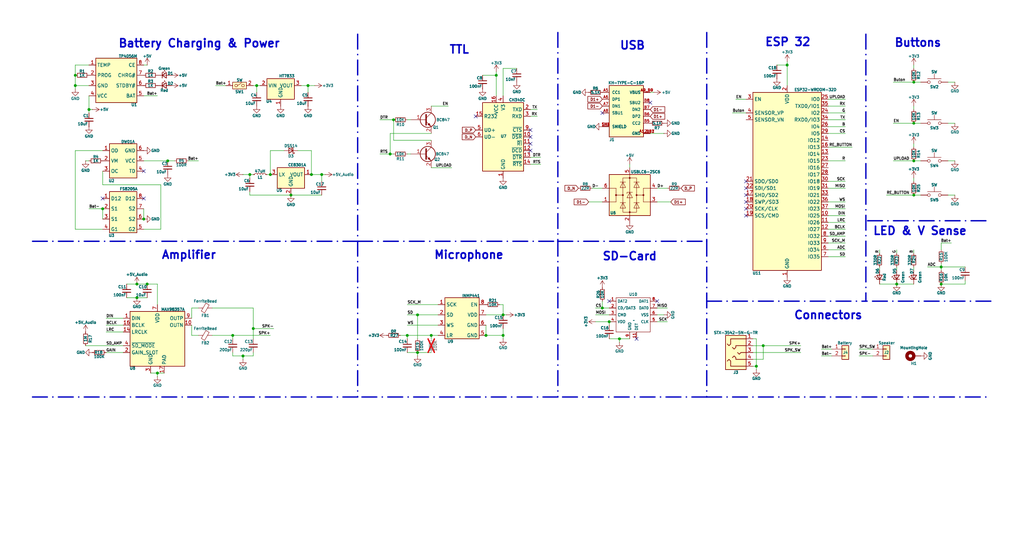
<source format=kicad_sch>
(kicad_sch (version 20231120) (generator "eeschema") (generator_version "8.0")
  (paper "User" 380 200)
  (lib_symbols
    (symbol "Audio:MAX98357A"
      (property "Reference" "U" (at -8.89 11.43 0))
      (property "Value" "MAX98357A" (at 10.16 11.43 0))
      (symbol "MAX98357A_1_1"
        (pin input line (at -12.7 7.62 0) (length 2.54) (name "DIN") (number "1"))
        (pin output line (at 12.7 5.08 180) (length 2.54) (name "OUTN") (number "10"))
        (pin passive line (at -2.54 -12.7 90) (length 2.54) hide (name "GND") (number "11"))
        (pin no_connect line (at 10.16 -5.08 180) (length 2.54) hide (name "NC") (number "12"))
        (pin no_connect line (at 10.16 -7.62 180) (length 2.54) hide (name "NC") (number "13"))
        (pin input line (at -12.7 2.54 0) (length 2.54) (name "LRCLK") (number "14"))
        (pin passive line (at -2.54 -12.7 90) (length 2.54) hide (name "GND") (number "15"))
        (pin input line (at -12.7 5.08 0) (length 2.54) (name "BCLK") (number "16"))
        (pin unspecified line (at 2.54 -12.7 90) (length 2.54) (name "PAD") (number "17"))
        (pin passive line (at -12.7 -5.08 0) (length 2.54) (name "GAIN_SLOT") (number "2"))
        (pin power_in line (at -2.54 -12.7 90) (length 2.54) (name "GND") (number "3"))
        (pin input line (at -12.7 -2.54 0) (length 2.54) (name "~{SD_MODE}") (number "4"))
        (pin no_connect line (at 10.16 2.54 180) (length 2.54) hide (name "NC") (number "5"))
        (pin no_connect line (at 10.16 0 180) (length 2.54) hide (name "NC") (number "6"))
        (pin power_in line (at 0 12.7 270) (length 2.54) (name "VDD") (number "7"))
        (pin passive line (at 0 12.7 270) (length 2.54) hide (name "VDD") (number "8"))
        (pin output line (at 12.7 7.62 180) (length 2.54) (name "OUTP") (number "9"))
      )
    )
    (symbol "Battery_Management:TP4057"
      (property "Reference" "U1" (at 6.604 -7.112 0))
      (property "Value" "TP4056M" (at 4.318 10.922 0))
      (symbol "TP4057_1_1"
        (pin input line (at -10.16 7.62 0) (length 2.54) (name "TEMP") (number "1"))
        (pin input line (at -10.16 3.81 0) (length 2.54) (name "PROG") (number "2"))
        (pin input line (at -10.16 0 0) (length 2.54) (name "GND") (number "3"))
        (pin power_in line (at -10.16 -3.81 0) (length 2.54) (name "VCC") (number "4"))
        (pin input line (at 10.16 -3.81 180) (length 2.54) (name "BAT") (number "5"))
        (pin input line (at 10.16 0 180) (length 2.54) (name "STDBY#") (number "6"))
        (pin input line (at 10.16 3.81 180) (length 2.54) (name "CHRG#") (number "7"))
        (pin input line (at 10.16 7.62 180) (length 2.54) (name "CE") (number "8"))
      )
    )
    (symbol "Connector_Audio:AudioJack2"
      (property "Reference" "J3" (at 1.524 10.414 0))
      (property "Value" "AudioJack2" (at 1.016 7.62 0))
      (symbol "AudioJack2_1_1"
        (pin power_in line (at 6.35 5.08 180) (length 2.54) (name "") (number "1"))
        (pin power_in line (at 6.35 2.54 180) (length 2.54) (name "") (number "2"))
        (pin power_in line (at 6.35 0 180) (length 2.54) (name "") (number "3"))
        (pin power_in line (at 6.35 -2.54 180) (length 2.54) (name "") (number "4"))
        (pin power_in line (at 6.35 -5.08 180) (length 2.54) (name "") (number "5"))
      )
    )
    (symbol "Connector_Generic:Conn_01x02" (pin_names (offset 1.016) hide)
      (property "Reference" "J" (at 0 2.54 0))
      (property "Value" "Conn_01x02" (at 0 -5.08 0))
      (symbol "Conn_01x02_1_1"
        (pin passive line (at -5.08 0 0) (length 3.81) (name "Pin_1") (number "1"))
        (pin passive line (at -5.08 -2.54 0) (length 3.81) (name "Pin_2") (number "2"))
      )
    )
    (symbol "Device:C_Small" (pin_numbers hide) (pin_names (offset 0.254) hide)
      (property "Reference" "C" (at 0.254 1.778 0))
      (property "Value" "C_Small" (at 0.254 -2.032 0))
      (symbol "C_Small_1_1"
        (pin passive line (at 0 2.54 270) (length 2.032) (name "~") (number "1"))
        (pin passive line (at 0 -2.54 90) (length 2.032) (name "~") (number "2"))
      )
    )
    (symbol "Device:D_Schottky_Small" (pin_numbers hide) (pin_names (offset 0.254) hide)
      (property "Reference" "D" (at -1.27 2.032 0))
      (property "Value" "D_Schottky_Small" (at -7.112 -2.032 0))
      (symbol "D_Schottky_Small_1_1"
        (pin passive line (at -2.54 0 0) (length 1.778) (name "K") (number "1"))
        (pin passive line (at 2.54 0 180) (length 1.778) (name "A") (number "2"))
      )
    )
    (symbol "Device:FerriteBead_Small" (pin_numbers hide) (pin_names (offset 0))
      (property "Reference" "FB" (at 1.905 1.27 0))
      (property "Value" "FerriteBead_Small" (at 1.905 -1.27 0))
      (symbol "FerriteBead_Small_1_1"
        (pin passive line (at 0 2.54 270) (length 1.27) (name "~") (number "1"))
        (pin passive line (at 0 -2.54 90) (length 1.27) (name "~") (number "2"))
      )
    )
    (symbol "Device:LED_Small" (pin_numbers hide) (pin_names (offset 0.254) hide)
      (property "Reference" "D" (at -1.27 3.175 0))
      (property "Value" "LED_Small" (at -4.445 -2.54 0))
      (symbol "LED_Small_1_1"
        (pin passive line (at -2.54 0 0) (length 1.778) (name "K") (number "1"))
        (pin passive line (at 2.54 0 180) (length 1.778) (name "A") (number "2"))
      )
    )
    (symbol "Device:L_Small" (pin_numbers hide) (pin_names (offset 0.254) hide)
      (property "Reference" "L" (at 0.762 1.016 0))
      (property "Value" "L_Small" (at 0.762 -1.016 0))
      (symbol "L_Small_1_1"
        (pin passive line (at 0 2.54 270) (length 0.508) (name "~") (number "1"))
        (pin passive line (at 0 -2.54 90) (length 0.508) (name "~") (number "2"))
      )
    )
    (symbol "Device:R_Small" (pin_numbers hide) (pin_names (offset 0.254) hide)
      (property "Reference" "R" (at 0.762 0.508 0))
      (property "Value" "R_Small" (at 0.762 -1.016 0))
      (symbol "R_Small_1_1"
        (pin passive line (at 0 2.54 270) (length 0.762) (name "~") (number "1"))
        (pin passive line (at 0 -2.54 90) (length 0.762) (name "~") (number "2"))
      )
    )
    (symbol "HT75xx-1-SOT89_1"
      (property "Reference" "U5" (at -4.318 -3.302 0))
      (property "Value" "CE8301A" (at 2.286 6.096 0))
      (symbol "HT75xx-1-SOT89_1_1_1"
        (pin power_out line (at 7.62 2.54 180) (length 2.54) (name "VOUT") (number "1"))
        (pin power_in line (at 0 -5.08 90) (length 2.54) (name "GND") (number "2"))
        (pin power_in line (at -7.62 2.54 0) (length 2.54) (name "LX") (number "3"))
      )
    )
    (symbol "HT75xx-1-SOT89_2"
      (property "Reference" "U9" (at -4.318 -8.636 0))
      (property "Value" "INMP441" (at 1.778 9.906 0))
      (symbol "HT75xx-1-SOT89_2_1_1"
        (pin power_in line (at -8.89 5.08 0) (length 2.54) (name "SCK") (number "1"))
        (pin power_in line (at -8.89 1.27 0) (length 2.54) (name "SD") (number "2"))
        (pin power_in line (at -8.89 -2.54 0) (length 2.54) (name "WS") (number "3"))
        (pin power_in line (at -8.89 -6.35 0) (length 2.54) (name "LR") (number "4"))
        (pin power_out line (at 8.89 -6.35 180) (length 2.54) (name "GND") (number "5"))
        (pin power_out line (at 8.89 -2.54 180) (length 2.54) (name "GND") (number "6"))
        (pin power_out line (at 8.89 1.27 180) (length 2.54) (name "VDD") (number "7"))
        (pin power_out line (at 8.89 5.08 180) (length 2.54) (name "EN") (number "8"))
        (pin power_out line (at 8.89 -6.35 180) (length 2.54) hide (name "GND") (number "9"))
      )
    )
    (symbol "Interface_USB:CH340C"
      (property "Reference" "U" (at -5.08 13.97 0))
      (property "Value" "CH340C" (at 1.27 13.97 0))
      (symbol "CH340C_1_1"
        (pin power_in line (at 0 -15.24 90) (length 2.54) (name "GND") (number "1"))
        (pin input line (at 10.16 0 180) (length 2.54) (name "~{DSR}") (number "10"))
        (pin input line (at 10.16 -2.54 180) (length 2.54) (name "~{RI}") (number "11"))
        (pin input line (at 10.16 -5.08 180) (length 2.54) (name "~{DCD}") (number "12"))
        (pin output line (at 10.16 -7.62 180) (length 2.54) (name "~{DTR}") (number "13"))
        (pin output line (at 10.16 -10.16 180) (length 2.54) (name "~{RTS}") (number "14"))
        (pin input line (at -10.16 7.62 0) (length 2.54) (name "R232") (number "15"))
        (pin power_in line (at -2.54 15.24 270) (length 2.54) (name "VCC") (number "16"))
        (pin output line (at 10.16 10.16 180) (length 2.54) (name "TXD") (number "2"))
        (pin input line (at 10.16 7.62 180) (length 2.54) (name "RXD") (number "3"))
        (pin power_out line (at 0 15.24 270) (length 2.54) (name "V3") (number "4"))
        (pin bidirectional line (at -10.16 2.54 0) (length 2.54) (name "UD+") (number "5"))
        (pin bidirectional line (at -10.16 0 0) (length 2.54) (name "UD-") (number "6"))
        (pin no_connect line (at -7.62 -5.08 0) (length 2.54) hide (name "NC") (number "7"))
        (pin no_connect line (at -7.62 -7.62 0) (length 2.54) hide (name "NC") (number "8"))
        (pin input line (at 10.16 2.54 180) (length 2.54) (name "~{CTS}") (number "9"))
      )
    )
    (symbol "Mechanical:MountingHole_Pad" (pin_numbers hide) (pin_names (offset 1.016) hide) (exclude_from_sim yes) (in_bom no)
      (property "Reference" "H" (at 0 6.35 0))
      (property "Value" "MountingHole_Pad" (at 0 4.445 0))
      (symbol "MountingHole_Pad_1_1"
        (pin input line (at 0 -2.54 90) (length 2.54) (name "1") (number "1"))
      )
    )
    (symbol "Power_Protection:USBLC6-2SC6" (pin_names hide)
      (property "Reference" "U" (at 2.54 8.89 0))
      (property "Value" "USBLC6-2SC6" (at 2.54 -8.89 0))
      (symbol "USBLC6-2SC6_1_1"
        (pin passive line (at -10.16 -2.54 0) (length 2.54) (name "I/O1") (number "1"))
        (pin passive line (at 0 -10.16 90) (length 2.54) (name "GND") (number "2"))
        (pin passive line (at 10.16 -2.54 180) (length 2.54) (name "I/O2") (number "3"))
        (pin passive line (at 10.16 2.54 180) (length 2.54) (name "I/O2") (number "4"))
        (pin passive line (at 0 10.16 270) (length 2.54) (name "VBUS") (number "5"))
        (pin passive line (at -10.16 2.54 0) (length 2.54) (name "I/O1") (number "6"))
      )
    )
    (symbol "RF_Module:ESP32-WROOM-32D"
      (property "Reference" "U" (at -12.7 34.29 0))
      (property "Value" "ESP32-WROOM-32D" (at 1.27 34.29 0))
      (symbol "ESP32-WROOM-32D_1_1"
        (pin power_in line (at 0 -35.56 90) (length 2.54) (name "GND") (number "1"))
        (pin bidirectional line (at 15.24 -12.7 180) (length 2.54) (name "IO25") (number "10"))
        (pin bidirectional line (at 15.24 -15.24 180) (length 2.54) (name "IO26") (number "11"))
        (pin bidirectional line (at 15.24 -17.78 180) (length 2.54) (name "IO27") (number "12"))
        (pin bidirectional line (at 15.24 10.16 180) (length 2.54) (name "IO14") (number "13"))
        (pin bidirectional line (at 15.24 15.24 180) (length 2.54) (name "IO12") (number "14"))
        (pin passive line (at 0 -35.56 90) (length 2.54) hide (name "GND") (number "15"))
        (pin bidirectional line (at 15.24 12.7 180) (length 2.54) (name "IO13") (number "16"))
        (pin bidirectional line (at -15.24 -5.08 0) (length 2.54) (name "SHD/SD2") (number "17"))
        (pin bidirectional line (at -15.24 -7.62 0) (length 2.54) (name "SWP/SD3") (number "18"))
        (pin bidirectional line (at -15.24 -12.7 0) (length 2.54) (name "SCS/CMD") (number "19"))
        (pin power_in line (at 0 35.56 270) (length 2.54) (name "VDD") (number "2"))
        (pin bidirectional line (at -15.24 -10.16 0) (length 2.54) (name "SCK/CLK") (number "20"))
        (pin bidirectional line (at -15.24 0 0) (length 2.54) (name "SDO/SD0") (number "21"))
        (pin bidirectional line (at -15.24 -2.54 0) (length 2.54) (name "SDI/SD1") (number "22"))
        (pin bidirectional line (at 15.24 7.62 180) (length 2.54) (name "IO15") (number "23"))
        (pin bidirectional line (at 15.24 25.4 180) (length 2.54) (name "IO2") (number "24"))
        (pin bidirectional line (at 15.24 30.48 180) (length 2.54) (name "IO0") (number "25"))
        (pin bidirectional line (at 15.24 20.32 180) (length 2.54) (name "IO4") (number "26"))
        (pin bidirectional line (at 15.24 5.08 180) (length 2.54) (name "IO16") (number "27"))
        (pin bidirectional line (at 15.24 2.54 180) (length 2.54) (name "IO17") (number "28"))
        (pin bidirectional line (at 15.24 17.78 180) (length 2.54) (name "IO5") (number "29"))
        (pin input line (at -15.24 30.48 0) (length 2.54) (name "EN") (number "3"))
        (pin bidirectional line (at 15.24 0 180) (length 2.54) (name "IO18") (number "30"))
        (pin bidirectional line (at 15.24 -2.54 180) (length 2.54) (name "IO19") (number "31"))
        (pin no_connect line (at -12.7 -27.94 0) (length 2.54) hide (name "NC") (number "32"))
        (pin bidirectional line (at 15.24 -5.08 180) (length 2.54) (name "IO21") (number "33"))
        (pin bidirectional line (at 15.24 22.86 180) (length 2.54) (name "RXD0/IO3") (number "34"))
        (pin bidirectional line (at 15.24 27.94 180) (length 2.54) (name "TXD0/IO1") (number "35"))
        (pin bidirectional line (at 15.24 -7.62 180) (length 2.54) (name "IO22") (number "36"))
        (pin bidirectional line (at 15.24 -10.16 180) (length 2.54) (name "IO23") (number "37"))
        (pin passive line (at 0 -35.56 90) (length 2.54) hide (name "GND") (number "38"))
        (pin passive line (at 0 -35.56 90) (length 2.54) hide (name "GND") (number "39"))
        (pin input line (at -15.24 25.4 0) (length 2.54) (name "SENSOR_VP") (number "4"))
        (pin input line (at -15.24 22.86 0) (length 2.54) (name "SENSOR_VN") (number "5"))
        (pin input line (at 15.24 -25.4 180) (length 2.54) (name "IO34") (number "6"))
        (pin input line (at 15.24 -27.94 180) (length 2.54) (name "IO35") (number "7"))
        (pin bidirectional line (at 15.24 -20.32 180) (length 2.54) (name "IO32") (number "8"))
        (pin bidirectional line (at 15.24 -22.86 180) (length 2.54) (name "IO33") (number "9"))
      )
    )
    (symbol "Regulator_Linear:HT75xx-1-SOT89"
      (property "Reference" "U" (at -5.08 -3.81 0))
      (property "Value" "HT75xx-1-SOT89" (at 0 6.35 0))
      (symbol "HT75xx-1-SOT89_1_1"
        (pin power_in line (at 0 -5.08 90) (length 2.54) (name "GND") (number "1"))
        (pin power_in line (at -7.62 2.54 0) (length 2.54) (name "VIN") (number "2"))
        (pin power_out line (at 7.62 2.54 180) (length 2.54) (name "VOUT") (number "3"))
      )
    )
    (symbol "SD_Card:SD_Card"
      (property "Reference" "U10" (at 0 5.08 0))
      (property "Value" "~" (at 0.254 -4.572 0))
      (symbol "SD_Card_1_1"
        (pin input line (at -8.89 2.54 0) (length 2.54) (name "DAT2") (number "1"))
        (pin input line (at -1.27 -11.43 90) (length 2.54) hide (name "GND") (number "10"))
        (pin input line (at 1.27 -11.43 90) (length 2.54) (name "DET") (number "11"))
        (pin input line (at -1.27 -11.43 90) (length 2.54) hide (name "GND") (number "12"))
        (pin input line (at -1.27 -11.43 90) (length 2.54) hide (name "GND") (number "13"))
        (pin input line (at -1.27 -11.43 90) (length 2.54) hide (name "GND") (number "14"))
        (pin input line (at -8.89 0 0) (length 2.54) (name "CD/DAT3") (number "2"))
        (pin input line (at -8.89 -2.54 0) (length 2.54) (name "CMD") (number "3"))
        (pin input line (at -8.89 -5.08 0) (length 2.54) (name "VDD") (number "4"))
        (pin input line (at 8.89 -5.08 180) (length 2.54) (name "CLK") (number "5"))
        (pin input line (at 8.89 -2.54 180) (length 2.54) (name "VSS") (number "6"))
        (pin input line (at 8.89 0 180) (length 2.54) (name "DAT0") (number "7"))
        (pin input line (at 8.89 2.54 180) (length 2.54) (name "DAT1") (number "8"))
        (pin input line (at -1.27 -11.43 90) (length 2.54) (name "GND") (number "9"))
      )
    )
    (symbol "Switch:SW_DIP_x01" (pin_names (offset 0) hide)
      (property "Reference" "SW1" (at 0 7.62 0))
      (property "Value" "SW_DIP_x01" (at 0 5.08 0))
      (symbol "SW_DIP_x01_1_1"
        (pin passive line (at -5.08 0 0) (length 2.54) (name "~") (number "1"))
        (pin passive line (at 5.08 0 180) (length 2.54) (name "~") (number "2"))
      )
    )
    (symbol "Switch:SW_Push" (pin_numbers hide) (pin_names (offset 1.016) hide)
      (property "Reference" "SW" (at 1.27 2.54 0))
      (property "Value" "SW_Push" (at 0 -1.524 0))
      (symbol "SW_Push_0_1"
        (pin passive line (at -5.08 0 0) (length 2.54) (name "1") (number "1"))
        (pin passive line (at 5.08 0 180) (length 2.54) (name "2") (number "2"))
      )
    )
    (symbol "TP4057_1"
      (property "Reference" "U2" (at -4.318 -4.826 0))
      (property "Value" "DW01A" (at 1.778 9.652 0))
      (symbol "TP4057_1_1_1"
        (pin input line (at -7.62 6.35 0) (length 2.54) (name "OD") (number "1"))
        (pin input line (at -7.62 2.54 0) (length 2.54) (name "VM") (number "2"))
        (pin input line (at -7.62 -1.27 0) (length 2.54) (name "OC") (number "3"))
        (pin input line (at 7.62 -1.27 180) (length 2.54) (name "TD") (number "4"))
        (pin input line (at 7.62 2.54 180) (length 2.54) (name "VCC") (number "5"))
        (pin input line (at 7.62 6.35 180) (length 2.54) (name "GND") (number "6"))
      )
    )
    (symbol "TP4057_2"
      (property "Reference" "U3" (at -4.318 -8.636 0))
      (property "Value" "FS8205A" (at 1.778 9.652 0))
      (symbol "TP4057_2_1_1"
        (pin input line (at -7.62 5.08 0) (length 2.54) (name "D12") (number "1"))
        (pin input line (at -7.62 1.27 0) (length 2.54) (name "S1") (number "2"))
        (pin input line (at -7.62 -2.54 0) (length 2.54) (name "S1") (number "3"))
        (pin input line (at -7.62 -6.35 0) (length 2.54) (name "G1") (number "4"))
        (pin input line (at 7.62 -6.35 180) (length 2.54) (name "G2") (number "5"))
        (pin input line (at 7.62 -2.54 180) (length 2.54) (name "S2") (number "6"))
        (pin input line (at 7.62 1.27 180) (length 2.54) (name "S2") (number "7"))
        (pin input line (at 7.62 5.08 180) (length 2.54) (name "D12") (number "8"))
      )
    )
    (symbol "Transistor_BJT:BC847" (pin_names (offset 0) hide)
      (property "Reference" "Q" (at 5.08 1.905 0))
      (property "Value" "BC847" (at 5.08 0 0))
      (symbol "BC847_1_1"
        (pin input line (at -5.08 0 0) (length 5.715) (name "B") (number "1"))
        (pin passive line (at 2.54 -5.08 90) (length 2.54) (name "E") (number "2"))
        (pin passive line (at 2.54 5.08 270) (length 2.54) (name "C") (number "3"))
      )
    )
    (symbol "Type_C_16Pin:KH-TYPE-C-16P" (pin_names (offset 1.016))
      (property "Reference" "J1" (at -5.334 -11.176 0))
      (property "Value" "KH-TYPE-C-16P" (at -11.176 9.906 0))
      (symbol "KH-TYPE-C-16P_1_0"
        (pin power_in line (at 8.89 -8.89 180) (length 2.54) (name "GND") (number "A12_B1"))
        (pin power_in line (at 8.89 -8.89 180) (length 2.54) (name "GND") (number "A1_B12"))
        (pin power_in line (at 8.89 6.35 180) (length 2.54) (name "VBUS") (number "A4_B9"))
        (pin bidirectional line (at -8.89 6.35 0) (length 2.54) (name "CC1") (number "A5"))
        (pin bidirectional line (at -8.89 3.81 0) (length 2.54) (name "DP1") (number "A6"))
        (pin bidirectional line (at -8.89 1.27 0) (length 2.54) (name "DN1") (number "A7"))
        (pin bidirectional line (at -8.89 -1.27 0) (length 2.54) (name "SBU1") (number "A8"))
        (pin power_in line (at 8.89 6.35 180) (length 2.54) (name "VBUS") (number "A9_B4"))
        (pin bidirectional line (at 8.89 -5.08 180) (length 2.54) (name "CC2") (number "B5"))
        (pin bidirectional line (at 8.89 -2.54 180) (length 2.54) (name "DP2") (number "B6"))
        (pin bidirectional line (at 8.89 0 180) (length 2.54) (name "DN2") (number "B7"))
        (pin bidirectional line (at 8.89 2.54 180) (length 2.54) (name "SBU2") (number "B8"))
        (pin passive line (at -8.89 -6.35 0) (length 2.54) (name "SHIELD") (number "SH1"))
        (pin passive line (at -8.89 -6.35 0) (length 2.54) (name "SHIELD") (number "SH2"))
        (pin passive line (at -8.89 -6.35 0) (length 2.54) (name "SHIELD") (number "SH3"))
        (pin passive line (at -8.89 -6.35 0) (length 2.54) (name "SHIELD") (number "SH4"))
      )
    )
    (symbol "power:+3V3" (power) (pin_numbers hide) (pin_names (offset 0) hide)
      (property "Value" "+3V3" (at 0 3.556 0))
      (symbol "+3V3_1_1"
        (pin power_in line (at 0 0 90) (length 0) (name "~") (number "1"))
      )
    )
    (symbol "power:+5V" (power) (pin_numbers hide) (pin_names (offset 0) hide)
      (property "Value" "+5V" (at 0 3.556 0))
      (symbol "+5V_1_1"
        (pin power_in line (at 0 0 90) (length 0) (name "~") (number "1"))
      )
    )
    (symbol "power:GND" (power) (pin_numbers hide) (pin_names (offset 0) hide)
      (property "Value" "GND" (at 0 -3.81 0))
      (symbol "GND_1_1"
        (pin power_in line (at 0 0 270) (length 0) (name "~") (number "1"))
      )
    )
  )
  (junction (at 27.94 31.75))
  (junction (at 27.94 27.94))
  (junction (at 93.98 121.92))
  (junction (at 144.78 57.15))
  (junction (at 50.8 110.49))
  (junction (at 58.42 138.43))
  (junction (at 146.05 44.45))
  (junction (at 119.38 64.77))
  (junction (at 154.94 130.81))
  (junction (at 92.71 64.77))
  (junction (at 339.09 72.39))
  (junction (at 339.09 59.69))
  (junction (at 151.13 124.46))
  (junction (at 100.33 64.77))
  (junction (at 38.1 77.47))
  (junction (at 283.21 128.27))
  (junction (at 53.34 81.28))
  (junction (at 339.09 30.48))
  (junction (at 33.02 40.64))
  (junction (at 184.15 27.94))
  (junction (at 229.87 125.73))
  (junction (at 332.74 105.41))
  (junction (at 180.34 124.46))
  (junction (at 115.57 64.77))
  (junction (at 226.06 119.38))
  (junction (at 349.25 105.41))
  (junction (at 292.1 24.13))
  (junction (at 186.69 116.84))
  (junction (at 280.67 135.89))
  (junction (at 223.52 114.3))
  (junction (at 86.36 124.46))
  (junction (at 90.17 132.08))
  (junction (at 186.69 124.46))
  (junction (at 339.09 45.72))
  (junction (at 50.8 105.41))
  (junction (at 107.95 72.39))
  (junction (at 54.61 105.41))
  (junction (at 95.25 31.75))
  (junction (at 154.94 116.84))
  (junction (at 114.3 31.75))
  (junction (at 160.02 124.46))
  (junction (at 349.25 99.06))
  (junction (at 62.23 59.69))
  (no_connect (at 241.3 38.1))
  (no_connect (at 226.06 111.76))
  (no_connect (at 196.85 48.26))
  (no_connect (at 276.86 67.31))
  (no_connect (at 276.86 74.93))
  (no_connect (at 53.34 63.5))
  (no_connect (at 236.22 125.73))
  (no_connect (at 176.53 43.18))
  (no_connect (at 276.86 77.47))
  (no_connect (at 38.1 73.66))
  (no_connect (at 243.84 111.76))
  (no_connect (at 53.34 73.66))
  (no_connect (at 276.86 80.01))
  (no_connect (at 276.86 72.39))
  (no_connect (at 223.52 41.91))
  (no_connect (at 196.85 53.34))
  (no_connect (at 196.85 55.88))
  (no_connect (at 196.85 50.8))
  (no_connect (at 276.86 69.85))
  (wire (pts (xy 220.98 119.38) (xy 226.06 119.38)))
  (wire (pts (xy 354.33 59.69) (xy 351.79 59.69)))
  (polyline (pts (xy 132.715 89.535) (xy 207.01 89.535)) (stroke (width 0.5) (type dash_dot)))
  (wire (pts (xy 146.05 52.07) (xy 146.05 44.45)))
  (wire (pts (xy 313.69 69.85) (xy 307.34 69.85)))
  (polyline (pts (xy 262.255 12.065) (xy 262.255 89.535)) (stroke (width 0.5) (type dash_dot)))
  (wire (pts (xy 39.37 120.65) (xy 45.72 120.65)))
  (wire (pts (xy 223.52 111.76) (xy 223.52 114.3)))
  (wire (pts (xy 220.98 116.84) (xy 226.06 116.84)))
  (wire (pts (xy 90.17 132.08) (xy 86.36 132.08)))
  (wire (pts (xy 304.8 132.08) (xy 308.61 132.08)))
  (wire (pts (xy 331.47 30.48) (xy 339.09 30.48)))
  (wire (pts (xy 339.09 99.06) (xy 339.09 100.33)))
  (polyline (pts (xy 367.665 111.76) (xy 321.31 111.76)) (stroke (width 0.5) (type dash_dot)))
  (wire (pts (xy 148.59 124.46) (xy 151.13 124.46)))
  (wire (pts (xy 58.42 138.43) (xy 55.88 138.43)))
  (wire (pts (xy 313.69 92.71) (xy 307.34 92.71)))
  (wire (pts (xy 339.09 45.72) (xy 341.63 45.72)))
  (wire (pts (xy 186.69 116.84) (xy 187.96 116.84)))
  (wire (pts (xy 313.69 85.09) (xy 307.34 85.09)))
  (wire (pts (xy 27.94 31.75) (xy 27.94 27.94)))
  (wire (pts (xy 99.06 64.77) (xy 100.33 64.77)))
  (wire (pts (xy 53.34 81.28) (xy 53.34 77.47)))
  (wire (pts (xy 354.33 45.72) (xy 351.79 45.72)))
  (wire (pts (xy 38.1 63.5) (xy 38.1 68.58)))
  (wire (pts (xy 226.06 125.73) (xy 229.87 125.73)))
  (wire (pts (xy 354.33 30.48) (xy 351.79 30.48)))
  (wire (pts (xy 151.13 124.46) (xy 151.13 125.73)))
  (wire (pts (xy 283.21 128.27) (xy 297.18 128.27)))
  (wire (pts (xy 38.1 77.47) (xy 38.1 81.28)))
  (wire (pts (xy 326.39 99.06) (xy 326.39 100.33)))
  (wire (pts (xy 233.68 60.96) (xy 233.68 62.23)))
  (wire (pts (xy 151.13 124.46) (xy 160.02 124.46)))
  (wire (pts (xy 151.13 57.15) (xy 152.4 57.15)))
  (wire (pts (xy 229.87 125.73) (xy 233.68 125.73)))
  (wire (pts (xy 53.34 59.69) (xy 62.23 59.69)))
  (wire (pts (xy 39.37 118.11) (xy 45.72 118.11)))
  (wire (pts (xy 279.4 125.73) (xy 280.67 125.73)))
  (wire (pts (xy 184.15 35.56) (xy 184.15 27.94)))
  (wire (pts (xy 33.02 24.13) (xy 27.94 24.13)))
  (wire (pts (xy 349.25 100.33) (xy 349.25 99.06)))
  (wire (pts (xy 292.1 22.86) (xy 292.1 24.13)))
  (wire (pts (xy 339.09 92.71) (xy 339.09 93.98)))
  (wire (pts (xy 93.98 121.92) (xy 93.98 125.73)))
  (polyline (pts (xy 321.945 81.915) (xy 367.665 81.915)) (stroke (width 0.5) (type dash_dot)))
  (wire (pts (xy 247.65 119.38) (xy 243.84 119.38)))
  (wire (pts (xy 199.39 43.18) (xy 196.85 43.18)))
  (wire (pts (xy 200.66 60.96) (xy 196.85 60.96)))
  (wire (pts (xy 332.74 105.41) (xy 326.39 105.41)))
  (wire (pts (xy 339.09 53.34) (xy 339.09 54.61)))
  (wire (pts (xy 313.69 82.55) (xy 307.34 82.55)))
  (wire (pts (xy 339.09 30.48) (xy 341.63 30.48)))
  (wire (pts (xy 154.94 116.84) (xy 162.56 116.84)))
  (wire (pts (xy 115.57 55.88) (xy 115.57 64.77)))
  (wire (pts (xy 151.13 113.03) (xy 162.56 113.03)))
  (polyline (pts (xy 321.31 12.7) (xy 321.31 111.76)) (stroke (width 0.5) (type dash_dot)))
  (wire (pts (xy 313.69 44.45) (xy 307.34 44.45)))
  (wire (pts (xy 92.71 66.04) (xy 92.71 64.77)))
  (wire (pts (xy 186.69 125.73) (xy 186.69 124.46)))
  (wire (pts (xy 92.71 72.39) (xy 107.95 72.39)))
  (polyline (pts (xy 12.065 89.535) (xy 132.715 89.535)) (stroke (width 0.5) (type dash_dot)))
  (wire (pts (xy 186.69 113.03) (xy 186.69 116.84)))
  (wire (pts (xy 27.94 33.02) (xy 27.94 31.75)))
  (wire (pts (xy 332.74 99.06) (xy 332.74 100.33)))
  (wire (pts (xy 144.78 57.15) (xy 146.05 57.15)))
  (wire (pts (xy 248.92 74.93) (xy 243.84 74.93)))
  (wire (pts (xy 185.42 113.03) (xy 186.69 113.03)))
  (wire (pts (xy 93.98 114.3) (xy 93.98 121.92)))
  (wire (pts (xy 114.3 34.29) (xy 114.3 31.75)))
  (polyline (pts (xy 207.01 89.535) (xy 262.255 89.535)) (stroke (width 0.5) (type dash_dot)))
  (wire (pts (xy 292.1 31.75) (xy 292.1 24.13)))
  (wire (pts (xy 100.33 55.88) (xy 100.33 64.77)))
  (wire (pts (xy 58.42 35.56) (xy 53.34 35.56)))
  (wire (pts (xy 34.29 40.64) (xy 33.02 40.64)))
  (polyline (pts (xy 207.01 147.32) (xy 132.715 147.32)) (stroke (width 0.5) (type dash_dot)))
  (wire (pts (xy 78.74 124.46) (xy 86.36 124.46)))
  (polyline (pts (xy 132.715 12.7) (xy 132.715 89.535)) (stroke (width 0.5) (type dash_dot)))
  (wire (pts (xy 186.69 35.56) (xy 186.69 25.4)))
  (polyline (pts (xy 132.715 89.535) (xy 132.715 147.32)) (stroke (width 0.5) (type dash_dot)))
  (wire (pts (xy 86.36 132.08) (xy 86.36 130.81)))
  (wire (pts (xy 27.94 24.13) (xy 27.94 27.94)))
  (wire (pts (xy 90.17 132.08) (xy 93.98 132.08)))
  (wire (pts (xy 279.4 128.27) (xy 283.21 128.27)))
  (wire (pts (xy 166.37 39.37) (xy 160.02 39.37)))
  (wire (pts (xy 229.87 127) (xy 229.87 125.73)))
  (wire (pts (xy 86.36 124.46) (xy 100.33 124.46)))
  (wire (pts (xy 246.38 49.53) (xy 241.3 49.53)))
  (wire (pts (xy 73.66 124.46) (xy 71.12 124.46)))
  (wire (pts (xy 90.17 133.35) (xy 90.17 132.08)))
  (wire (pts (xy 46.99 110.49) (xy 50.8 110.49)))
  (wire (pts (xy 326.39 92.71) (xy 326.39 93.98)))
  (wire (pts (xy 39.37 130.81) (xy 45.72 130.81)))
  (wire (pts (xy 95.25 31.75) (xy 95.25 34.29)))
  (wire (pts (xy 313.69 46.99) (xy 307.34 46.99)))
  (wire (pts (xy 316.23 54.61) (xy 307.34 54.61)))
  (wire (pts (xy 50.8 105.41) (xy 54.61 105.41)))
  (wire (pts (xy 38.1 68.58) (xy 59.69 68.58)))
  (wire (pts (xy 54.61 24.13) (xy 53.34 24.13)))
  (wire (pts (xy 151.13 116.84) (xy 154.94 116.84)))
  (wire (pts (xy 313.69 95.25) (xy 307.34 95.25)))
  (wire (pts (xy 31.75 128.27) (xy 45.72 128.27)))
  (wire (pts (xy 280.67 135.89) (xy 279.4 135.89)))
  (wire (pts (xy 115.57 64.77) (xy 119.38 64.77)))
  (wire (pts (xy 95.25 31.75) (xy 96.52 31.75)))
  (polyline (pts (xy 262.255 89.535) (xy 262.255 147.32)) (stroke (width 0.5) (type dash_dot)))
  (wire (pts (xy 247.65 114.3) (xy 243.84 114.3)))
  (wire (pts (xy 332.74 92.71) (xy 332.74 93.98)))
  (wire (pts (xy 54.61 105.41) (xy 58.42 105.41)))
  (wire (pts (xy 358.14 105.41) (xy 358.14 104.14)))
  (wire (pts (xy 151.13 120.65) (xy 162.56 120.65)))
  (wire (pts (xy 58.42 105.41) (xy 58.42 113.03)))
  (wire (pts (xy 107.95 72.39) (xy 119.38 72.39)))
  (wire (pts (xy 114.3 31.75) (xy 111.76 31.75)))
  (wire (pts (xy 184.15 27.94) (xy 179.07 27.94)))
  (wire (pts (xy 60.96 138.43) (xy 58.42 138.43)))
  (wire (pts (xy 218.44 74.93) (xy 223.52 74.93)))
  (wire (pts (xy 313.69 67.31) (xy 307.34 67.31)))
  (wire (pts (xy 223.52 114.3) (xy 226.06 114.3)))
  (polyline (pts (xy 207.01 12.065) (xy 207.01 89.535)) (stroke (width 0.5) (type dash_dot)))
  (wire (pts (xy 283.21 133.35) (xy 283.21 128.27)))
  (wire (pts (xy 313.69 87.63) (xy 307.34 87.63)))
  (wire (pts (xy 59.69 85.09) (xy 53.34 85.09)))
  (wire (pts (xy 226.06 120.65) (xy 226.06 119.38)))
  (wire (pts (xy 279.4 133.35) (xy 283.21 133.35)))
  (wire (pts (xy 27.94 31.75) (xy 33.02 31.75)))
  (wire (pts (xy 90.17 64.77) (xy 92.71 64.77)))
  (wire (pts (xy 219.71 69.85) (xy 223.52 69.85)))
  (polyline (pts (xy 262.255 111.76) (xy 321.31 111.76)) (stroke (width 0.5) (type dash_dot)))
  (wire (pts (xy 186.69 121.92) (xy 186.69 124.46)))
  (wire (pts (xy 86.36 124.46) (xy 86.36 125.73)))
  (wire (pts (xy 246.38 116.84) (xy 243.84 116.84)))
  (wire (pts (xy 38.1 55.88) (xy 27.94 55.88)))
  (wire (pts (xy 151.13 44.45) (xy 152.4 44.45)))
  (wire (pts (xy 160.02 49.53) (xy 144.78 49.53)))
  (wire (pts (xy 119.38 64.77) (xy 119.38 67.31)))
  (wire (pts (xy 280.67 125.73) (xy 280.67 135.89)))
  (wire (pts (xy 160.02 52.07) (xy 146.05 52.07)))
  (wire (pts (xy 50.8 110.49) (xy 54.61 110.49)))
  (wire (pts (xy 27.94 85.09) (xy 38.1 85.09)))
  (wire (pts (xy 331.47 45.72) (xy 339.09 45.72)))
  (wire (pts (xy 339.09 24.13) (xy 339.09 25.4)))
  (wire (pts (xy 186.69 25.4) (xy 191.77 25.4)))
  (wire (pts (xy 93.98 132.08) (xy 93.98 130.81)))
  (wire (pts (xy 318.77 129.54) (xy 323.85 129.54)))
  (wire (pts (xy 313.69 49.53) (xy 307.34 49.53)))
  (wire (pts (xy 154.94 132.08) (xy 154.94 130.81)))
  (wire (pts (xy 140.97 57.15) (xy 144.78 57.15)))
  (wire (pts (xy 116.84 31.75) (xy 114.3 31.75)))
  (wire (pts (xy 313.69 59.69) (xy 307.34 59.69)))
  (wire (pts (xy 180.34 120.65) (xy 180.34 124.46)))
  (wire (pts (xy 349.25 105.41) (xy 358.14 105.41)))
  (wire (pts (xy 344.17 99.06) (xy 349.25 99.06)))
  (wire (pts (xy 119.38 64.77) (xy 120.65 64.77)))
  (wire (pts (xy 339.09 72.39) (xy 341.63 72.39)))
  (wire (pts (xy 160.02 124.46) (xy 162.56 124.46)))
  (wire (pts (xy 273.05 36.83) (xy 276.86 36.83)))
  (wire (pts (xy 92.71 71.12) (xy 92.71 72.39)))
  (wire (pts (xy 105.41 55.88) (xy 100.33 55.88)))
  (wire (pts (xy 339.09 59.69) (xy 341.63 59.69)))
  (wire (pts (xy 80.01 31.75) (xy 83.82 31.75)))
  (wire (pts (xy 349.25 90.17) (xy 349.25 92.71)))
  (wire (pts (xy 39.37 123.19) (xy 45.72 123.19)))
  (wire (pts (xy 180.34 116.84) (xy 186.69 116.84)))
  (wire (pts (xy 354.33 72.39) (xy 351.79 72.39)))
  (wire (pts (xy 93.98 31.75) (xy 95.25 31.75)))
  (wire (pts (xy 58.42 139.7) (xy 58.42 138.43)))
  (wire (pts (xy 140.97 44.45) (xy 146.05 44.45)))
  (wire (pts (xy 271.78 41.91) (xy 276.86 41.91)))
  (wire (pts (xy 144.78 49.53) (xy 144.78 57.15)))
  (wire (pts (xy 339.09 39.37) (xy 339.09 40.64)))
  (wire (pts (xy 110.49 55.88) (xy 115.57 55.88)))
  (wire (pts (xy 349.25 99.06) (xy 349.25 97.79)))
  (wire (pts (xy 27.94 55.88) (xy 27.94 85.09)))
  (wire (pts (xy 154.94 116.84) (xy 154.94 125.73)))
  (wire (pts (xy 304.8 129.54) (xy 308.61 129.54)))
  (wire (pts (xy 73.66 59.69) (xy 69.85 59.69)))
  (wire (pts (xy 92.71 64.77) (xy 93.98 64.77)))
  (wire (pts (xy 31.75 59.69) (xy 33.02 59.69)))
  (polyline (pts (xy 207.01 89.535) (xy 207.01 147.32)) (stroke (width 0.5) (type dash_dot)))
  (wire (pts (xy 313.69 74.93) (xy 307.34 74.93)))
  (wire (pts (xy 93.98 121.92) (xy 101.6 121.92)))
  (wire (pts (xy 279.4 130.81) (xy 297.18 130.81)))
  (wire (pts (xy 167.64 62.23) (xy 160.02 62.23)))
  (polyline (pts (xy 262.255 147.32) (xy 367.665 147.32)) (stroke (width 0.5) (type dash_dot)))
  (wire (pts (xy 71.12 124.46) (xy 71.12 120.65)))
  (wire (pts (xy 33.02 77.47) (xy 38.1 77.47)))
  (wire (pts (xy 184.15 26.67) (xy 184.15 27.94)))
  (wire (pts (xy 242.57 34.29) (xy 241.3 34.29)))
  (wire (pts (xy 220.98 114.3) (xy 223.52 114.3)))
  (wire (pts (xy 59.69 68.58) (xy 59.69 85.09)))
  (wire (pts (xy 186.69 124.46) (xy 180.34 124.46)))
  (wire (pts (xy 349.25 99.06) (xy 358.14 99.06)))
  (wire (pts (xy 339.09 66.04) (xy 339.09 67.31)))
  (wire (pts (xy 328.93 72.39) (xy 339.09 72.39)))
  (wire (pts (xy 151.13 130.81) (xy 154.94 130.81)))
  (wire (pts (xy 200.66 58.42) (xy 196.85 58.42)))
  (wire (pts (xy 313.69 36.83) (xy 307.34 36.83)))
  (wire (pts (xy 73.66 114.3) (xy 71.12 114.3)))
  (wire (pts (xy 33.02 35.56) (xy 33.02 40.64)))
  (polyline (pts (xy 12.065 147.32) (xy 132.715 147.32)) (stroke (width 0.5) (type dash_dot)))
  (wire (pts (xy 313.69 41.91) (xy 307.34 41.91)))
  (wire (pts (xy 313.69 90.17) (xy 307.34 90.17)))
  (wire (pts (xy 160.02 124.46) (xy 160.02 125.73)))
  (wire (pts (xy 339.09 105.41) (xy 332.74 105.41)))
  (wire (pts (xy 71.12 114.3) (xy 71.12 118.11)))
  (wire (pts (xy 78.74 114.3) (xy 93.98 114.3)))
  (wire (pts (xy 154.94 130.81) (xy 160.02 130.81)))
  (wire (pts (xy 199.39 40.64) (xy 196.85 40.64)))
  (wire (pts (xy 46.99 105.41) (xy 50.8 105.41)))
  (wire (pts (xy 353.06 90.17) (xy 349.25 90.17)))
  (wire (pts (xy 313.69 77.47) (xy 307.34 77.47)))
  (wire (pts (xy 33.02 41.91) (xy 33.02 40.64)))
  (wire (pts (xy 64.77 59.69) (xy 62.23 59.69)))
  (wire (pts (xy 280.67 137.16) (xy 280.67 135.89)))
  (wire (pts (xy 313.69 39.37) (xy 307.34 39.37)))
  (polyline (pts (xy 262.255 147.32) (xy 207.01 147.32)) (stroke (width 0.5) (type dash_dot)))
  (wire (pts (xy 292.1 24.13) (xy 288.29 24.13)))
  (wire (pts (xy 318.77 132.08) (xy 323.85 132.08)))
  (wire (pts (xy 313.69 80.01) (xy 307.34 80.01)))
  (wire (pts (xy 331.47 59.69) (xy 339.09 59.69)))
  (wire (pts (xy 247.65 69.85) (xy 243.84 69.85)))
  (text "TTL" (at 170.434 18.542 0) (effects (font (size 3 3) (thickness 0.6) (bold yes))))
  (text "Amplifier" (at 70.104 94.742 0) (effects (font (size 3 3) (thickness 0.6) (bold yes))))
  (text "Connectors" (at 307.34 117.094 0) (effects (font (size 3 3) (thickness 0.6) (bold yes))))
  (text "SD-Card" (at 233.68 95.25 0) (effects (font (size 3 3) (thickness 0.6) (bold yes))))
  (text "Microphone" (at 173.99 94.742 0) (effects (font (size 3 3) (thickness 0.6) (bold yes))))
  (text "ESP 32" (at 292.354 15.748 0) (effects (font (size 3 3) (thickness 0.6) (bold yes))))
  (text "Battery Charging & Power" (at 73.914 16.256 0) (effects (font (size 3 3) (thickness 0.6) (bold yes))))
  (text "Buttons" (at 340.614 16.002 0) (effects (font (size 3 3) (thickness 0.6) (bold yes))))
  (text "USB" (at 234.696 17.018 0) (effects (font (size 3 3) (thickness 0.6) (bold yes))))
  (text "LED & V Sense" (at 341.376 85.852 0) (effects (font (size 3 3) (thickness 0.6) (bold yes))))
  (label "DTR" (at 200.66 58.42 180) (effects (font (size 1 1) (bold yes))))
  (label "DTR" (at 140.97 44.45 0) (effects (font (size 1 1) (bold yes))))
  (label "TX" (at 313.69 44.45 180) (effects (font (size 1 1) (bold yes))))
  (label "CS" (at 35.56 314.96 180) (effects (font (size 1 1) (thickness 0.2) (bold yes))))
  (label "SD" (at 151.13 116.84 0) (effects (font (size 1 1) (bold yes))))
  (label "Buton" (at 271.78 41.91 0) (effects (font (size 1 1) (bold yes))))
  (label "G" (at 313.69 41.91 180) (effects (font (size 1 1) (bold yes))))
  (label "LRC" (at 39.37 123.19 0) (effects (font (size 1 1) (thickness 0.2) (bold yes))))
  (label "SCK" (at 247.65 119.38 180) (effects (font (size 1 1) (thickness 0.2) (bold yes))))
  (label "RX" (at 313.69 39.37 180) (effects (font (size 1 1) (bold yes))))
  (label "SD_AMP" (at 313.69 87.63 180) (effects (font (size 1 1) (thickness 0.2) (bold yes))))
  (label "RTS" (at 200.66 60.96 180) (effects (font (size 1 1) (bold yes))))
  (label "Bat+" (at 80.01 31.75 0) (effects (font (size 1 1) (thickness 0.2) (bold yes))))
  (label "DIN" (at 313.69 80.01 180) (effects (font (size 1 1) (thickness 0.2) (bold yes))))
  (label "Bat-" (at 304.8 132.08 0) (effects (font (size 1 1) (thickness 0.2) (bold yes))))
  (label "Bat+" (at 353.06 90.17 180) (effects (font (size 1 1) (thickness 0.2) (bold yes))))
  (label "MISO" (at 247.65 114.3 180) (effects (font (size 1 1) (thickness 0.2) (bold yes))))
  (label "WS" (at 313.69 74.93 180) (effects (font (size 1 1) (bold yes))))
  (label "SCK_M" (at 313.69 90.17 180) (effects (font (size 1 1) (bold yes))))
  (label "UPLOAD" (at 313.69 36.83 180) (effects (font (size 1 1) (bold yes))))
  (label "ADC" (at 344.17 99.06 0) (effects (font (size 1 1) (thickness 0.2) (bold yes))))
  (label "Bat+" (at 73.66 59.69 180) (effects (font (size 1 1) (thickness 0.2) (bold yes))))
  (label "CS" (at 313.69 49.53 180) (effects (font (size 1 1) (thickness 0.2) (bold yes))))
  (label "RTS" (at 140.97 57.15 0) (effects (font (size 1 1) (bold yes))))
  (label "Bat-" (at 33.02 77.47 0) (effects (font (size 1 1) (thickness 0.2) (bold yes))))
  (label "SD_AMP" (at 39.37 128.27 0) (effects (font (size 1 1) (thickness 0.2) (bold yes))))
  (label "B" (at 313.69 46.99 180) (effects (font (size 1 1) (bold yes))))
  (label "RE_BUTTON" (at 316.23 54.61 180) (effects (font (size 1 1) (bold yes))))
  (label "Bat+" (at 304.8 129.54 0) (effects (font (size 1 1) (thickness 0.2) (bold yes))))
  (label "Bat+" (at 58.42 35.56 180) (effects (font (size 1 1) (thickness 0.2) (bold yes))))
  (label "SPK_SW" (at 318.77 129.54 0) (effects (font (size 1 1) (bold yes))))
  (label "Buton" (at 331.47 30.48 0) (effects (font (size 1 1) (bold yes))))
  (label "SCK_M" (at 151.13 113.03 0) (effects (font (size 1 1) (bold yes))))
  (label "UPLOAD" (at 331.47 59.69 0) (effects (font (size 1 1) (bold yes))))
  (label "SPK-" (at 318.77 132.08 0) (effects (font (size 1 1) (bold yes))))
  (label "D+" (at 243.84 69.85 0) (effects (font (size 1 1) (thickness 0.2) (bold yes))))
  (label "B" (at 339.09 92.71 270) (effects (font (size 1 1) (bold yes))))
  (label "MOSI" (at 313.69 77.47 180) (effects (font (size 1 1) (thickness 0.2) (bold yes))))
  (label "SCK" (at 313.69 67.31 180) (effects (font (size 1 1) (thickness 0.2) (bold yes))))
  (label "EN" (at 166.37 39.37 180) (effects (font (size 1 1) (bold yes))))
  (label "SPK+" (at 297.18 128.27 180) (effects (font (size 1 1) (bold yes))))
  (label "UPLOAD" (at 167.64 62.23 180) (effects (font (size 1 1) (bold yes))))
  (label "BCLK" (at 39.37 120.65 0) (effects (font (size 1 1) (thickness 0.2) (bold yes))))
  (label "G" (at 332.74 92.71 270) (effects (font (size 1 1) (bold yes))))
  (label "SPK+" (at 100.33 124.46 180) (effects (font (size 1 1) (bold yes))))
  (label "BCLK" (at 313.69 85.09 180) (effects (font (size 1 1) (thickness 0.2) (bold yes))))
  (label "MISO" (at 313.69 69.85 180) (effects (font (size 1 1) (thickness 0.2) (bold yes))))
  (label "TX" (at 199.39 40.64 180) (effects (font (size 1 1) (bold yes))))
  (label "ADC" (at 313.69 92.71 180) (effects (font (size 1 1) (thickness 0.2) (bold yes))))
  (label "GAIN" (at 39.37 130.81 0) (effects (font (size 1 1) (thickness 0.2) (bold yes))))
  (label "EN" (at 273.05 36.83 0) (effects (font (size 1 1) (bold yes))))
  (label "R" (at 326.39 92.71 270) (effects (font (size 1 1) (bold yes))))
  (label "DIN" (at 39.37 118.11 0) (effects (font (size 1 1) (thickness 0.2) (bold yes))))
  (label "R" (at 313.69 59.69 180) (effects (font (size 1 1) (bold yes))))
  (label "EN" (at 331.47 45.72 0) (effects (font (size 1 1) (bold yes))))
  (label "WS" (at 151.13 120.65 0) (effects (font (size 1 1) (bold yes))))
  (label "SPK-" (at 101.6 121.92 180) (effects (font (size 1 1) (bold yes))))
  (label "RX" (at 199.39 43.18 180) (effects (font (size 1 1) (bold yes))))
  (label "SPK_SW" (at 297.18 130.81 180) (effects (font (size 1 1) (bold yes))))
  (label "MOSI" (at 220.98 116.84 0) (effects (font (size 1 1) (thickness 0.2) (bold yes))))
  (label "CS" (at 220.98 114.3 0) (effects (font (size 1 1) (thickness 0.2) (bold yes))))
  (label "LRC" (at 313.69 82.55 180) (effects (font (size 1 1) (thickness 0.2) (bold yes))))
  (label "RE_BUTTON" (at 328.93 72.39 0) (effects (font (size 1 1) (bold yes))))
  (label "D-" (at 219.71 69.85 0) (effects (font (size 1 1) (thickness 0.2) (bold yes))))
  (label "SD" (at 313.69 95.25 180) (effects (font (size 1 1) (bold yes))))
  (global_label "D1-" (shape input) (at 223.52 39.37 180) (effects (font (size 1 1) (thickness 0.2) (bold yes))) (property "Intersheetrefs" "${INTERSHEET_REFS}" (effects (hide yes))))
  (global_label "D1+" (shape input) (at 223.52 36.83 180) (effects (font (size 1 1) (thickness 0.2) (bold yes))) (property "Intersheetrefs" "${INTERSHEET_REFS}" (effects (hide yes))))
  (global_label "D_N" (shape input) (at 214.63 69.85 180) (effects (font (size 1 1) (thickness 0.2) (bold yes))) (property "Intersheetrefs" "${INTERSHEET_REFS}" (effects (hide yes))))
  (global_label "D_P" (shape input) (at 252.73 69.85 0) (effects (font (size 1 1) (thickness 0.2) (bold yes))) (property "Intersheetrefs" "${INTERSHEET_REFS}" (effects (hide yes))))
  (global_label "D1-" (shape input) (at 241.3 40.64 0) (effects (font (size 1 1) (thickness 0.2) (bold yes))) (property "Intersheetrefs" "${INTERSHEET_REFS}" (effects (hide yes))))
  (global_label "D1-" (shape input) (at 218.44 74.93 180) (effects (font (size 1 1) (thickness 0.2) (bold yes))) (property "Intersheetrefs" "${INTERSHEET_REFS}" (effects (hide yes))))
  (global_label "D1+" (shape input) (at 248.92 74.93 0) (effects (font (size 1 1) (thickness 0.2) (bold yes))) (property "Intersheetrefs" "${INTERSHEET_REFS}" (effects (hide yes))))
  (global_label "D_N" (shape input) (at 176.53 50.8 180) (effects (font (size 1 1) (thickness 0.2) (bold yes))) (property "Intersheetrefs" "${INTERSHEET_REFS}" (effects (hide yes))))
  (global_label "D1+" (shape input) (at 241.3 43.18 0) (effects (font (size 1 1) (thickness 0.2) (bold yes))) (property "Intersheetrefs" "${INTERSHEET_REFS}" (effects (hide yes))))
  (global_label "D_P" (shape input) (at 176.53 48.26 180) (effects (font (size 1 1) (thickness 0.2) (bold yes))) (property "Intersheetrefs" "${INTERSHEET_REFS}" (effects (hide yes))))
  (symbol (lib_id "Device:C_Small") (at 114.3 36.83 0) (unit 1)
    (property "Reference" "C5" (at 112.014 35.306 0) (effects (font (size 1 1) (bold yes)) (justify left)))
    (property "Value" "10uF" (at 109.982 38.354 0) (effects (font (size 1 1) (bold yes)) (justify left)))
    (property "Footprint" "Capacitor_SMD:C_0603_1608Metric_Pad1.08x0.95mm_HandSolder" (effects (hide yes)))
    (property "Description" "Unpolarized capacitor, small symbol" (effects (hide yes)))
  )
  (symbol (lib_id "power:+3V3") (at 223.52 106.68 0) (unit 1)
    (property "Reference" "#PWR049" (effects (hide yes)))
    (property "Value" "+3V3" (at 223.52 103.124 0) (effects (font (size 1 1) (bold yes))))
    (property "Description" "Power symbol creates a global label with name \"+3V3\"" (effects (hide yes)))
  )
  (symbol (lib_id "Connector_Generic:Conn_01x02") (at 328.93 129.54 0) (unit 1)
    (property "Reference" "J2" (at 327.914 130.81 0) (effects (font (size 1 1) (bold yes)) (justify left)))
    (property "Value" "Speaker" (at 325.882 127.254 0) (effects (font (size 1 1) (bold yes)) (justify left)))
    (property "Footprint" "Connector_PinHeader_2.00mm:PinHeader_1x02_P2.00mm_Vertical" (effects (hide yes)))
    (property "Description" "Generic connector, single row, 01x02, script generated (kicad-library-utils/schlib/autogen/connector/)" (effects (hide yes)))
  )
  (symbol (lib_id "power:GND") (at 179.07 33.02 0) (unit 1)
    (property "Reference" "#PWR025" (effects (hide yes)))
    (property "Value" "GND" (at 179.07 36.576 0) (effects (font (size 1 1) (bold yes))))
  )
  (symbol (lib_id "power:GND") (at 246.38 49.53 90) (unit 1)
    (property "Reference" "#PWR019" (effects (hide yes)))
    (property "Value" "GND" (at 250.698 49.53 90) (effects (font (size 1 1) (bold yes))))
  )
  (symbol (lib_id "Device:R_Small") (at 223.52 109.22 180) (unit 1)
    (property "Reference" "R26" (at 221.996 109.22 90) (effects (font (size 1 1) (bold yes))))
    (property "Value" "10K" (at 223.52 109.22 90) (effects (font (size 1 1) (bold yes))))
    (property "Footprint" "Resistor_SMD:R_0402_1005Metric_Pad0.72x0.64mm_HandSolder" (effects (hide yes)))
  )
  (symbol (lib_id "Battery_Management:TP4057") (at 43.18 31.75 0) (unit 1)
    (property "Reference" "U1" (at 49.784 38.862 0) (effects (font (size 1 1) (bold yes))))
    (property "Value" "TP4056M" (at 47.498 20.828 0) (effects (font (size 1 1) (bold yes))))
    (property "Footprint" "Package_SO:MSOP-8-1EP_3x3mm_P0.65mm_EP1.68x1.88mm" (effects (hide yes)))
  )
  (symbol (lib_id "power:GND") (at 288.29 29.21 0) (unit 1)
    (property "Reference" "#PWR055" (effects (hide yes)))
    (property "Value" "GND" (at 288.29 32.512 0) (effects (font (size 1 1) (bold yes))))
    (property "Description" "Power symbol creates a global label with name \"GND\" , ground" (effects (hide yes)))
  )
  (symbol (lib_id "Device:R_Small") (at 339.09 69.85 180) (unit 1)
    (property "Reference" "R25" (at 340.868 69.85 90) (effects (font (size 1 1) (bold yes))))
    (property "Value" "10K" (at 339.09 69.85 90) (effects (font (size 1 1) (bold yes))))
    (property "Footprint" "Resistor_SMD:R_0402_1005Metric_Pad0.72x0.64mm_HandSolder" (effects (hide yes)))
  )
  (symbol (lib_id "Device:C_Small") (at 179.07 30.48 0) (unit 1)
    (property "Reference" "C8" (at 176.784 28.956 0) (effects (font (size 1 1) (bold yes)) (justify left)))
    (property "Value" "100nF" (at 173.99 32.004 0) (effects (font (size 1 1) (bold yes)) (justify left)))
    (property "Footprint" "Capacitor_SMD:C_0402_1005Metric_Pad0.74x0.62mm_HandSolder" (effects (hide yes)))
    (property "Description" "Unpolarized capacitor, small symbol" (effects (hide yes)))
  )
  (symbol (lib_id "Device:R_Small") (at 148.59 57.15 90) (unit 1)
    (property "Reference" "R11" (at 148.59 58.928 90) (effects (font (size 1 1) (bold yes))))
    (property "Value" "10K" (at 148.59 57.15 90) (effects (font (size 1 1) (bold yes))))
    (property "Footprint" "Resistor_SMD:R_0402_1005Metric_Pad0.72x0.64mm_HandSolder" (effects (hide yes)))
  )
  (symbol (lib_id "Switch:SW_Push") (at 346.71 59.69 0) (unit 1)
    (property "Reference" "SW4" (at 346.71 61.468 0) (effects (font (size 1 1) (bold yes))))
    (property "Value" "SW" (at 346.71 55.88 0) (effects (font (size 1 1) (bold yes))))
    (property "Footprint" "Switch:SW_TL3342F160QG_TR" (effects (hide yes)))
    (property "Description" "Push button switch, generic, two pins" (effects (hide yes)))
  )
  (symbol (lib_id "RF_Module:ESP32-WROOM-32D") (at 292.1 67.31 0) (unit 1)
    (property "Reference" "U11" (at 279.146 101.346 0) (effects (font (size 1 1) (bold yes)) (justify left)))
    (property "Value" "ESP32-WROOM-32D" (at 294.64 33.274 0) (effects (font (size 1 1) (bold yes)) (justify left)))
    (property "Footprint" "RF_Module:ESP32-WROOM-32D" (effects (hide yes)))
    (property "Datasheet" "https://www.espressif.com/sites/default/files/documentation/esp32-wroom-32d_esp32-wroom-32u_datasheet_en.pdf" (effects (hide yes)))
    (property "Description" "RF Module, ESP32-D0WD SoC, Wi-Fi 802.11b/g/n, Bluetooth, BLE, 32-bit, 2.7-3.6V, onboard antenna, SMD" (effects (hide yes)))
  )
  (symbol (lib_id "Device:C_Small") (at 191.77 27.94 0) (unit 1)
    (property "Reference" "C7" (at 189.484 26.416 0) (effects (font (size 1 1) (bold yes)) (justify left)))
    (property "Value" "10nF" (at 187.452 29.464 0) (effects (font (size 1 1) (bold yes)) (justify left)))
    (property "Footprint" "Capacitor_SMD:C_0402_1005Metric_Pad0.74x0.62mm_HandSolder" (effects (hide yes)))
    (property "Description" "Unpolarized capacitor, small symbol" (effects (hide yes)))
  )
  (symbol (lib_id "Power_Protection:USBLC6-2SC6") (at 233.68 72.39 0) (unit 1)
    (property "Reference" "U6" (at 226.314 78.994 0) (effects (font (size 1 1) (bold yes)) (justify left)))
    (property "Value" "USBLC6-2SC6" (at 233.934 63.754 0) (effects (font (size 1 1) (bold yes)) (justify left)))
    (property "Footprint" "Package_TO_SOT_SMD:SOT-23-6" (effects (hide yes)))
    (property "Datasheet" "https://www.st.com/resource/en/datasheet/usblc6-2.pdf" (effects (hide yes)))
  )
  (symbol (lib_id "Device:R_Small") (at 55.88 27.94 90) (unit 1)
    (property "Reference" "R2" (at 55.88 26.416 90) (effects (font (size 1 1) (bold yes))))
    (property "Value" "1K" (at 55.88 27.94 90) (effects (font (size 1 1) (bold yes))))
    (property "Footprint" "Resistor_SMD:R_0402_1005Metric_Pad0.72x0.64mm_HandSolder" (effects (hide yes)))
    (property "Description" "Resistor, small symbol" (effects (hide yes)))
  )
  (symbol (lib_id "Device:C_Small") (at 86.36 128.27 0) (unit 1)
    (property "Reference" "C12" (at 83.058 126.746 0) (effects (font (size 1 1) (bold yes)) (justify left)))
    (property "Value" "200pF" (at 81.28 129.794 0) (effects (font (size 1 1) (bold yes)) (justify left)))
    (property "Footprint" "Capacitor_SMD:C_0402_1005Metric_Pad0.74x0.62mm_HandSolder" (effects (hide yes)))
    (property "Description" "Unpolarized capacitor, small symbol" (effects (hide yes)))
  )
  (symbol (lib_id "power:+5V") (at 242.57 34.29 270) (unit 1)
    (property "Reference" "#PWR022" (effects (hide yes)))
    (property "Value" "+5V" (at 247.142 34.29 90) (effects (font (size 1 1) (bold yes))))
    (property "Description" "Power symbol creates a global label with name \"+5V\"" (effects (hide yes)))
  )
  (symbol (lib_id "Device:R_Small") (at 349.25 102.87 180) (unit 1)
    (property "Reference" "R16" (at 349.25 102.87 90) (effects (font (size 1 1) (bold yes))))
    (property "Value" "10K" (at 351.028 102.87 90) (effects (font (size 1 1) (bold yes))))
    (property "Footprint" "Resistor_SMD:R_0402_1005Metric_Pad0.72x0.64mm_HandSolder" (effects (hide yes)))
  )
  (symbol (lib_id "power:+5V") (at 34.29 40.64 270) (unit 1)
    (property "Reference" "#PWR057" (effects (hide yes)))
    (property "Value" "+5V" (at 38.608 40.64 90) (effects (font (size 1 1) (bold yes))))
    (property "Description" "Power symbol creates a global label with name \"+5V\"" (effects (hide yes)))
  )
  (symbol (lib_id "Device:C_Small") (at 151.13 128.27 0) (unit 1)
    (property "Reference" "C14" (at 147.828 126.746 0) (effects (font (size 1 1) (bold yes)) (justify left)))
    (property "Value" "100nF" (at 146.05 129.794 0) (effects (font (size 1 1) (bold yes)) (justify left)))
    (property "Footprint" "Capacitor_SMD:C_0402_1005Metric_Pad0.74x0.62mm_HandSolder" (effects (hide yes)))
    (property "Description" "Unpolarized capacitor, small symbol" (effects (hide yes)))
  )
  (symbol (lib_id "Device:C_Small") (at 119.38 69.85 0) (unit 1)
    (property "Reference" "C17" (at 117.094 68.326 0) (effects (font (size 1 1) (bold yes)) (justify left)))
    (property "Value" "10uF" (at 115.062 71.374 0) (effects (font (size 1 1) (bold yes)) (justify left)))
    (property "Footprint" "Capacitor_SMD:C_0603_1608Metric" (effects (hide yes)))
    (property "Description" "Unpolarized capacitor, small symbol" (effects (hide yes)))
  )
  (symbol (lib_id "power:+3V3") (at 116.84 31.75 270) (unit 1)
    (property "Reference" "#PWR013" (effects (hide yes)))
    (property "Value" "+3V3" (at 121.666 31.75 90) (effects (font (size 1 1) (bold yes))))
    (property "Description" "Power symbol creates a global label with name \"+3V3\"" (effects (hide yes)))
  )
  (symbol (lib_id "power:+3V3") (at 339.09 24.13 0) (unit 1)
    (property "Reference" "#PWR029" (effects (hide yes)))
    (property "Value" "+3V3" (at 339.09 20.828 0) (effects (font (size 1 1) (bold yes))))
    (property "Description" "Power symbol creates a global label with name \"+3V3\"" (effects (hide yes)))
  )
  (symbol (lib_id "Switch:SW_DIP_x01") (at 88.9 31.75 0) (unit 1)
    (property "Reference" "SW1" (at 88.9 34.036 0) (effects (font (size 1 1) (bold yes))))
    (property "Value" "SW" (at 88.9 29.718 0) (effects (font (size 1 1) (bold yes))))
    (property "Footprint" "MK-12C03-G015:MK-12C03-G015" (effects (hide yes)))
  )
  (symbol (lib_id "Device:R_Small") (at 67.31 59.69 90) (unit 1)
    (property "Reference" "R5" (at 67.31 59.69 90) (effects (font (size 1 1) (bold yes))))
    (property "Value" "100R" (at 67.31 61.214 90) (effects (font (size 1 1) (bold yes))))
    (property "Footprint" "Resistor_SMD:R_0402_1005Metric_Pad0.72x0.64mm_HandSolder" (effects (hide yes)))
    (property "Description" "Resistor, small symbol" (effects (hide yes)))
  )
  (symbol (lib_id "Device:C_Small") (at 93.98 128.27 0) (unit 1)
    (property "Reference" "C13" (at 90.678 126.746 0) (effects (font (size 1 1) (bold yes)) (justify left)))
    (property "Value" "220pF" (at 88.9 129.794 0) (effects (font (size 1 1) (bold yes)) (justify left)))
    (property "Footprint" "Capacitor_SMD:C_0402_1005Metric_Pad0.74x0.62mm_HandSolder" (effects (hide yes)))
    (property "Description" "Unpolarized capacitor, small symbol" (effects (hide yes)))
  )
  (symbol (lib_id "Device:C_Small") (at 186.69 119.38 0) (unit 1)
    (property "Reference" "C15" (at 183.388 117.856 0) (effects (font (size 1 1) (bold yes)) (justify left)))
    (property "Value" "100nF" (at 181.61 120.904 0) (effects (font (size 1 1) (bold yes)) (justify left)))
    (property "Footprint" "Capacitor_SMD:C_0402_1005Metric_Pad0.74x0.62mm_HandSolder" (effects (hide yes)))
    (property "Description" "Unpolarized capacitor, small symbol" (effects (hide yes)))
  )
  (symbol (lib_id "power:GND") (at 31.75 59.69 0) (unit 1)
    (property "Reference" "#PWR07" (effects (hide yes)))
    (property "Value" "GND" (at 31.75 63.246 0) (effects (font (size 1 1) (bold yes))))
    (property "Description" "Power symbol creates a global label with name \"GND\" , ground" (effects (hide yes)))
  )
  (symbol (lib_id "power:GND") (at 223.52 46.99 270) (unit 1)
    (property "Reference" "#PWR018" (effects (hide yes)))
    (property "Value" "GND" (at 219.456 46.99 90) (effects (font (size 1 1) (bold yes))))
  )
  (symbol (lib_id "power:+3V3") (at 339.09 39.37 0) (unit 1)
    (property "Reference" "#PWR030" (effects (hide yes)))
    (property "Value" "+3V3" (at 339.09 36.068 0) (effects (font (size 1 1) (bold yes))))
    (property "Description" "Power symbol creates a global label with name \"+3V3\"" (effects (hide yes)))
  )
  (symbol (lib_name "HT75xx-1-SOT89_1") (lib_id "Regulator_Linear:HT75xx-1-SOT89") (at 107.95 67.31 0) (unit 1)
    (property "Reference" "U5" (at 103.632 70.612 0) (effects (font (size 1 1) (bold yes))))
    (property "Value" "CE8301A" (at 110.236 61.214 0) (effects (font (size 1 1) (bold yes))))
    (property "Footprint" "Package_TO_SOT_SMD:SOT-23-3" (effects (hide yes)))
  )
  (symbol (lib_id "power:GND") (at 95.25 39.37 0) (unit 1)
    (property "Reference" "#PWR011" (effects (hide yes)))
    (property "Value" "GND" (at 95.25 42.926 0) (effects (font (size 1 1) (bold yes))))
    (property "Description" "Power symbol creates a global label with name \"GND\" , ground" (effects (hide yes)))
  )
  (symbol (lib_id "power:GND") (at 33.02 46.99 0) (unit 1)
    (property "Reference" "#PWR02" (effects (hide yes)))
    (property "Value" "GND" (at 33.02 50.546 0) (effects (font (size 1 1) (bold yes))))
    (property "Description" "Power symbol creates a global label with name \"GND\" , ground" (effects (hide yes)))
  )
  (symbol (lib_id "Device:R_Small") (at 154.94 128.27 0) (unit 1)
    (property "Reference" "R19" (at 154.94 128.524 90) (effects (font (size 1 1) (bold yes))))
    (property "Value" "100K" (at 156.464 128.27 90) (effects (font (size 1 1) (bold yes))))
    (property "Footprint" "Resistor_SMD:R_0402_1005Metric_Pad0.72x0.64mm_HandSolder" (effects (hide yes)))
  )
  (symbol (lib_id "power:GND") (at 90.17 133.35 0) (unit 1)
    (property "Reference" "#PWR040" (effects (hide yes)))
    (property "Value" "GND" (at 90.17 136.652 0) (effects (font (size 1 1) (bold yes))))
    (property "Description" "Power symbol creates a global label with name \"GND\" , ground" (effects (hide yes)))
  )
  (symbol (lib_id "power:GND") (at 229.87 127 0) (unit 1)
    (property "Reference" "#PWR052" (effects (hide yes)))
    (property "Value" "GND" (at 229.87 130.302 0) (effects (font (size 1 1) (bold yes))))
    (property "Description" "Power symbol creates a global label with name \"GND\" , ground" (effects (hide yes)))
  )
  (symbol (lib_id "power:GND") (at 50.8 110.49 0) (unit 1)
    (property "Reference" "#PWR035" (effects (hide yes)))
    (property "Value" "GND" (at 50.8 113.792 0) (effects (font (size 1 1) (bold yes))))
    (property "Description" "Power symbol creates a global label with name \"GND\" , ground" (effects (hide yes)))
  )
  (symbol (lib_id "power:+5V") (at 233.68 60.96 0) (unit 1)
    (property "Reference" "#PWR023" (effects (hide yes)))
    (property "Value" "+5V" (at 233.68 57.658 0) (effects (font (size 1 1) (bold yes))))
    (property "Description" "Power symbol creates a global label with name \"+5V\"" (effects (hide yes)))
  )
  (symbol (lib_id "Device:LED_Small") (at 60.96 27.94 0) (unit 1)
    (property "Reference" "D1" (at 63.246 27.178 0) (effects (font (size 1 1) (bold yes))))
    (property "Value" "Green" (at 60.96 25.4 0) (effects (font (size 1 1) (bold yes))))
    (property "Footprint" "LED_SMD:LED_0603_1608Metric_Pad1.05x0.95mm_HandSolder" (effects (hide yes)))
    (property "Description" "Light emitting diode, small symbol" (effects (hide yes)))
  )
  (symbol (lib_id "power:GND") (at 107.95 72.39 0) (unit 1)
    (property "Reference" "#PWR015" (effects (hide yes)))
    (property "Value" "GND" (at 107.95 75.946 0) (effects (font (size 1 1) (bold yes))))
    (property "Description" "Power symbol creates a global label with name \"GND\" , ground" (effects (hide yes)))
  )
  (symbol (lib_id "power:+5V") (at 31.75 123.19 0) (unit 1)
    (property "Reference" "#PWR039" (effects (hide yes)))
    (property "Value" "+5V_Audio" (at 31.75 119.634 0) (effects (font (size 1 1) (bold yes))))
    (property "Description" "Power symbol creates a global label with name \"+5V\"" (effects (hide yes)))
  )
  (symbol (lib_id "Device:C_Small") (at 226.06 123.19 0) (unit 1)
    (property "Reference" "C16" (at 222.758 121.666 0) (effects (font (size 1 1) (bold yes)) (justify left)))
    (property "Value" "100nF" (at 220.98 124.714 0) (effects (font (size 1 1) (bold yes)) (justify left)))
    (property "Footprint" "Capacitor_SMD:C_0402_1005Metric_Pad0.74x0.62mm_HandSolder" (effects (hide yes)))
    (property "Description" "Unpolarized capacitor, small symbol" (effects (hide yes)))
  )
  (symbol (lib_id "power:+5V") (at 63.5 27.94 270) (unit 1)
    (property "Reference" "#PWR05" (effects (hide yes)))
    (property "Value" "+5V" (at 67.818 27.94 90) (effects (font (size 1 1) (bold yes))))
    (property "Description" "Power symbol creates a global label with name \"+5V\"" (effects (hide yes)))
  )
  (symbol (lib_id "Device:L_Small") (at 96.52 64.77 90) (unit 1)
    (property "Reference" "L1" (at 96.52 65.786 90) (effects (font (size 1 1) (bold yes))))
    (property "Value" "47uH" (at 96.52 63.5 90) (effects (font (size 1 1) (bold yes))))
    (property "Footprint" "Inductor_SMD:L_0402_1005Metric_Pad0.77x0.64mm_HandSolder" (effects (hide yes)))
    (property "Description" "Inductor, small symbol" (effects (hide yes)))
  )
  (symbol (lib_id "Device:LED_Small") (at 326.39 102.87 90) (unit 1)
    (property "Reference" "D6" (at 325.628 100.584 0) (effects (font (size 1 1) (bold yes))))
    (property "Value" "Red" (at 328.168 102.87 0) (effects (font (size 1 1) (bold yes))))
    (property "Footprint" "LED_SMD:LED_0603_1608Metric_Pad1.05x0.95mm_HandSolder" (effects (hide yes)))
    (property "Description" "Light emitting diode, small symbol" (effects (hide yes)))
  )
  (symbol (lib_id "Interface_USB:CH340C") (at 186.69 50.8 0) (unit 1)
    (property "Reference" "U7" (at 185.674 50.546 0) (effects (font (size 1 1) (bold yes)) (justify left)))
    (property "Value" "CH340C" (at 188.722 37.084 0) (effects (font (size 1 1) (bold yes)) (justify left)))
    (property "Footprint" "Package_SO:SOP-16_3.9x9.9mm_P1.27mm" (effects (hide yes)))
  )
  (symbol (lib_id "Device:C_Small") (at 92.71 68.58 0) (unit 1)
    (property "Reference" "C6" (at 90.424 67.056 0) (effects (font (size 1 1) (bold yes)) (justify left)))
    (property "Value" "10uF" (at 88.392 70.104 0) (effects (font (size 1 1) (bold yes)) (justify left)))
    (property "Footprint" "Capacitor_SMD:C_0603_1608Metric_Pad1.08x0.95mm_HandSolder" (effects (hide yes)))
    (property "Description" "Unpolarized capacitor, small symbol" (effects (hide yes)))
  )
  (symbol (lib_id "power:+3V3") (at 90.17 64.77 90) (unit 1)
    (property "Reference" "#PWR016" (effects (hide yes)))
    (property "Value" "+3V3" (at 85.344 64.77 90) (effects (font (size 1 1) (bold yes))))
    (property "Description" "Power symbol creates a global label with name \"+3V3\"" (effects (hide yes)))
  )
  (symbol (lib_id "Device:R_Small") (at 250.19 69.85 90) (unit 1)
    (property "Reference" "R9" (at 250.19 68.326 90) (effects (font (size 1 1) (bold yes))))
    (property "Value" "22R" (at 250.19 69.85 90) (effects (font (size 1 1) (bold yes))))
    (property "Footprint" "Resistor_SMD:R_0402_1005Metric_Pad0.72x0.64mm_HandSolder" (effects (hide yes)))
  )
  (symbol (lib_id "Device:LED_Small") (at 60.96 31.75 0) (unit 1)
    (property "Reference" "D2" (at 63.246 30.988 0) (effects (font (size 1 1) (bold yes))))
    (property "Value" "Red" (at 60.96 33.528 0) (effects (font (size 1 1) (bold yes))))
    (property "Footprint" "LED_SMD:LED_0603_1608Metric_Pad1.05x0.95mm_HandSolder" (effects (hide yes)))
    (property "Description" "Light emitting diode, small symbol" (effects (hide yes)))
  )
  (symbol (lib_id "power:GND") (at 246.38 116.84 90) (unit 1)
    (property "Reference" "#PWR053" (effects (hide yes)))
    (property "Value" "GND" (at 249.682 116.84 0) (effects (font (size 1 1) (bold yes))))
    (property "Description" "Power symbol creates a global label with name \"GND\" , ground" (effects (hide yes)))
  )
  (symbol (lib_id "Device:R_Small") (at 146.05 124.46 90) (unit 1)
    (property "Reference" "R27" (at 146.304 124.46 90) (effects (font (size 1 1) (bold yes))))
    (property "Value" "0R" (at 146.05 122.936 90) (effects (font (size 1 1) (bold yes))))
    (property "Footprint" "Resistor_SMD:R_0402_1005Metric_Pad0.72x0.64mm_HandSolder" (effects (hide yes)))
  )
  (symbol (lib_id "power:+5V") (at 120.65 64.77 270) (unit 1)
    (property "Reference" "#PWR036" (effects (hide yes)))
    (property "Value" "+5V_Audio" (at 127.254 64.77 90) (effects (font (size 1 1) (bold yes))))
    (property "Description" "Power symbol creates a global label with name \"+5V\"" (effects (hide yes)))
  )
  (symbol (lib_id "power:GND") (at 62.23 64.77 0) (unit 1)
    (property "Reference" "#PWR09" (effects (hide yes)))
    (property "Value" "GND" (at 62.23 68.326 0) (effects (font (size 1 1) (bold yes))))
    (property "Description" "Power symbol creates a global label with name \"GND\" , ground" (effects (hide yes)))
  )
  (symbol (lib_id "power:+3V3") (at 339.09 66.04 0) (unit 1)
    (property "Reference" "#PWR047" (effects (hide yes)))
    (property "Value" "+3V3" (at 339.09 62.738 0) (effects (font (size 1 1) (bold yes))))
    (property "Description" "Power symbol creates a global label with name \"+3V3\"" (effects (hide yes)))
  )
  (symbol (lib_id "Device:R_Small") (at 339.09 43.18 180) (unit 1)
    (property "Reference" "R13" (at 340.868 43.18 90) (effects (font (size 1 1) (bold yes))))
    (property "Value" "10K" (at 339.09 43.18 90) (effects (font (size 1 1) (bold yes))))
    (property "Footprint" "Resistor_SMD:R_0402_1005Metric_Pad0.72x0.64mm_HandSolder" (effects (hide yes)))
  )
  (symbol (lib_id "Device:C_Small") (at 288.29 26.67 0) (unit 1)
    (property "Reference" "C18" (at 284.988 25.146 0) (effects (font (size 1 1) (bold yes)) (justify left)))
    (property "Value" "100nF" (at 283.21 28.194 0) (effects (font (size 1 1) (bold yes)) (justify left)))
    (property "Footprint" "Capacitor_SMD:C_0603_1608Metric_Pad1.08x0.95mm_HandSolder" (effects (hide yes)))
    (property "Description" "Unpolarized capacitor, small symbol" (effects (hide yes)))
  )
  (symbol (lib_name "HT75xx-1-SOT89_2") (lib_id "Regulator_Linear:HT75xx-1-SOT89") (at 171.45 118.11 0) (unit 1)
    (property "Reference" "U9" (at 167.132 126.746 0) (effects (font (size 1 1) (bold yes))))
    (property "Value" "INMP441" (at 174.752 109.728 0) (effects (font (size 1 1) (bold yes))))
    (property "Footprint" "INMP441:INMP441" (effects (hide yes)))
  )
  (symbol (lib_id "power:GND") (at 354.33 30.48 0) (unit 1)
    (property "Reference" "#PWR028" (effects (hide yes)))
    (property "Value" "GND" (at 354.33 33.782 0) (effects (font (size 1 1) (bold yes))))
  )
  (symbol (lib_id "power:GND") (at 104.14 39.37 0) (unit 1)
    (property "Reference" "#PWR012" (effects (hide yes)))
    (property "Value" "GND" (at 104.14 42.926 0) (effects (font (size 1 1) (bold yes))))
    (property "Description" "Power symbol creates a global label with name \"GND\" , ground" (effects (hide yes)))
  )
  (symbol (lib_id "power:GND") (at 354.33 59.69 0) (unit 1)
    (property "Reference" "#PWR033" (effects (hide yes)))
    (property "Value" "GND" (at 354.33 62.992 0) (effects (font (size 1 1) (bold yes))))
  )
  (symbol (lib_id "Switch:SW_Push") (at 346.71 72.39 0) (unit 1)
    (property "Reference" "SW5" (at 346.71 74.168 0) (effects (font (size 1 1) (bold yes))))
    (property "Value" "SW" (at 346.71 68.58 0) (effects (font (size 1 1) (bold yes))))
    (property "Footprint" "Switch:SW_TL3342F160QG_TR" (effects (hide yes)))
    (property "Description" "Push button switch, generic, two pins" (effects (hide yes)))
  )
  (symbol (lib_id "power:GND") (at 341.63 132.08 90) (unit 1)
    (property "Reference" "#PWR04" (effects (hide yes)))
    (property "Value" "GND" (at 345.186 132.08 0) (effects (font (size 1 1) (bold yes))))
    (property "Description" "Power symbol creates a global label with name \"GND\" , ground" (effects (hide yes)))
  )
  (symbol (lib_id "Device:R_Small") (at 339.09 57.15 180) (unit 1)
    (property "Reference" "R14" (at 340.868 57.15 90) (effects (font (size 1 1) (bold yes))))
    (property "Value" "10K" (at 339.09 57.15 90) (effects (font (size 1 1) (bold yes))))
    (property "Footprint" "Resistor_SMD:R_0402_1005Metric_Pad0.72x0.64mm_HandSolder" (effects (hide yes)))
  )
  (symbol (lib_id "Regulator_Linear:HT75xx-1-SOT89") (at 104.14 34.29 0) (unit 1)
    (property "Reference" "U4" (at 99.822 37.592 0) (effects (font (size 1 1) (bold yes))))
    (property "Value" "HT7833" (at 106.426 28.194 0) (effects (font (size 1 1) (bold yes))))
    (property "Footprint" "Package_TO_SOT_SMD:SOT-89-3" (effects (hide yes)))
  )
  (symbol (lib_id "Device:LED_Small") (at 339.09 102.87 90) (unit 1)
    (property "Reference" "D7" (at 338.328 100.584 0) (effects (font (size 1 1) (bold yes))))
    (property "Value" "Green" (at 341.376 102.87 0) (effects (font (size 1 1) (bold yes))))
    (property "Footprint" "LED_SMD:LED_0603_1608Metric_Pad1.05x0.95mm_HandSolder" (effects (hide yes)))
    (property "Description" "Light emitting diode, small symbol" (effects (hide yes)))
  )
  (symbol (lib_id "Device:FerriteBead_Small") (at 76.2 124.46 90) (unit 1)
    (property "Reference" "FB2" (at 76.2 127.254 90) (effects (font (size 1 1) (bold yes))))
    (property "Value" "FerriteBead" (at 76.2 121.92 90) (effects (font (size 1 1) (bold yes))))
    (property "Footprint" "Inductor_SMD:L_0402_1005Metric_Pad0.77x0.64mm_HandSolder" (effects (hide yes)))
    (property "Description" "Ferrite bead, small symbol" (effects (hide yes)))
  )
  (symbol (lib_id "power:+3V3") (at 220.98 119.38 90) (unit 1)
    (property "Reference" "#PWR051" (effects (hide yes)))
    (property "Value" "+3V3" (at 217.424 119.38 0) (effects (font (size 1 1) (bold yes))))
    (property "Description" "Power symbol creates a global label with name \"+3V3\"" (effects (hide yes)))
  )
  (symbol (lib_id "Device:R_Small") (at 339.09 96.52 180) (unit 1)
    (property "Reference" "R24" (at 339.09 96.266 90) (effects (font (size 1 1) (bold yes))))
    (property "Value" "330R" (at 337.566 96.52 90) (effects (font (size 1 1) (bold yes))))
    (property "Footprint" "Resistor_SMD:R_0402_1005Metric_Pad0.72x0.64mm_HandSolder" (effects (hide yes)))
  )
  (symbol (lib_id "power:GND") (at 280.67 137.16 0) (unit 1)
    (property "Reference" "#PWR050" (effects (hide yes)))
    (property "Value" "GND" (at 280.67 140.462 0) (effects (font (size 1 1) (bold yes))))
    (property "Description" "Power symbol creates a global label with name \"GND\" , ground" (effects (hide yes)))
  )
  (symbol (lib_id "power:GND") (at 354.33 45.72 0) (unit 1)
    (property "Reference" "#PWR031" (effects (hide yes)))
    (property "Value" "GND" (at 354.33 49.022 0) (effects (font (size 1 1) (bold yes))))
  )
  (symbol (lib_id "power:GND") (at 349.25 105.41 0) (unit 1)
    (property "Reference" "#PWR034" (effects (hide yes)))
    (property "Value" "GND" (at 349.25 108.712 0) (effects (font (size 1 1) (bold yes))))
  )
  (symbol (lib_id "Device:R_Small") (at 55.88 31.75 90) (unit 1)
    (property "Reference" "R3" (at 55.88 30.226 90) (effects (font (size 1 1) (bold yes))))
    (property "Value" "1K" (at 55.88 31.75 90) (effects (font (size 1 1) (bold yes))))
    (property "Footprint" "Resistor_SMD:R_0402_1005Metric_Pad0.72x0.64mm_HandSolder" (effects (hide yes)))
    (property "Description" "Resistor, small symbol" (effects (hide yes)))
  )
  (symbol (lib_id "power:GND") (at 114.3 39.37 0) (unit 1)
    (property "Reference" "#PWR014" (effects (hide yes)))
    (property "Value" "GND" (at 114.3 42.926 0) (effects (font (size 1 1) (bold yes))))
    (property "Description" "Power symbol creates a global label with name \"GND\" , ground" (effects (hide yes)))
  )
  (symbol (lib_id "power:+3V3") (at 187.96 116.84 270) (unit 1)
    (property "Reference" "#PWR045" (effects (hide yes)))
    (property "Value" "+3V3" (at 192.786 116.84 90) (effects (font (size 1 1) (bold yes))))
    (property "Description" "Power symbol creates a global label with name \"+3V3\"" (effects (hide yes)))
  )
  (symbol (lib_id "power:+3V3") (at 143.51 124.46 90) (unit 1)
    (property "Reference" "#PWR043" (effects (hide yes)))
    (property "Value" "+3V3" (at 138.684 124.46 90) (effects (font (size 1 1) (bold yes))))
    (property "Description" "Power symbol creates a global label with name \"+3V3\"" (effects (hide yes)))
  )
  (symbol (lib_id "power:+3V3") (at 292.1 22.86 0) (unit 1)
    (property "Reference" "#PWR056" (effects (hide yes)))
    (property "Value" "+3V3" (at 292.1 19.304 0) (effects (font (size 1 1) (bold yes))))
    (property "Description" "Power symbol creates a global label with name \"+3V3\"" (effects (hide yes)))
  )
  (symbol (lib_id "Device:R_Small") (at 339.09 27.94 180) (unit 1)
    (property "Reference" "R12" (at 340.868 27.94 90) (effects (font (size 1 1) (bold yes))))
    (property "Value" "10K" (at 339.09 27.94 90) (effects (font (size 1 1) (bold yes))))
    (property "Footprint" "Resistor_SMD:R_0402_1005Metric_Pad0.72x0.64mm_HandSolder" (effects (hide yes)))
  )
  (symbol (lib_id "power:GND") (at 186.69 66.04 0) (unit 1)
    (property "Reference" "#PWR027" (effects (hide yes)))
    (property "Value" "GND" (at 186.69 69.596 0) (effects (font (size 1 1) (bold yes))))
  )
  (symbol (lib_id "power:+3V3") (at 339.09 53.34 0) (unit 1)
    (property "Reference" "#PWR032" (effects (hide yes)))
    (property "Value" "+3V3" (at 339.09 50.038 0) (effects (font (size 1 1) (bold yes))))
    (property "Description" "Power symbol creates a global label with name \"+3V3\"" (effects (hide yes)))
  )
  (symbol (lib_id "Device:C_Small") (at 54.61 107.95 0) (unit 1)
    (property "Reference" "C10" (at 51.308 106.426 0) (effects (font (size 1 1) (bold yes)) (justify left)))
    (property "Value" "10uF" (at 50.292 109.474 0) (effects (font (size 1 1) (bold yes)) (justify left)))
    (property "Footprint" "Capacitor_SMD:C_0402_1005Metric_Pad0.74x0.62mm_HandSolder" (effects (hide yes)))
    (property "Description" "Unpolarized capacitor, small symbol" (effects (hide yes)))
  )
  (symbol (lib_id "power:GND") (at 292.1 102.87 0) (unit 1)
    (property "Reference" "#PWR054" (effects (hide yes)))
    (property "Value" "GND" (at 292.1 106.172 0) (effects (font (size 1 1) (bold yes))))
    (property "Description" "Power symbol creates a global label with name \"GND\" , ground" (effects (hide yes)))
  )
  (symbol (lib_id "Device:R_Small") (at 35.56 59.69 90) (unit 1)
    (property "Reference" "R4" (at 35.56 58.166 90) (effects (font (size 1 1) (bold yes))))
    (property "Value" "1K" (at 35.56 59.69 90) (effects (font (size 1 1) (bold yes))))
    (property "Footprint" "Resistor_SMD:R_0402_1005Metric_Pad0.72x0.64mm_HandSolder" (effects (hide yes)))
    (property "Description" "Resistor, small symbol" (effects (hide yes)))
  )
  (symbol (lib_id "Device:C_Small") (at 62.23 62.23 0) (unit 1)
    (property "Reference" "C3" (at 59.944 60.706 0) (effects (font (size 1 1) (bold yes)) (justify left)))
    (property "Value" "10uF" (at 57.912 63.754 0) (effects (font (size 1 1) (bold yes)) (justify left)))
    (property "Footprint" "Capacitor_SMD:C_0402_1005Metric_Pad0.74x0.62mm_HandSolder" (effects (hide yes)))
    (property "Description" "Unpolarized capacitor, small symbol" (effects (hide yes)))
  )
  (symbol (lib_id "Device:C_Small") (at 46.99 107.95 0) (unit 1)
    (property "Reference" "C11" (at 43.688 106.426 0) (effects (font (size 1 1) (bold yes)) (justify left)))
    (property "Value" "100nF" (at 41.91 109.474 0) (effects (font (size 1 1) (bold yes)) (justify left)))
    (property "Footprint" "Capacitor_SMD:C_0402_1005Metric_Pad0.74x0.62mm_HandSolder" (effects (hide yes)))
    (property "Description" "Unpolarized capacitor, small symbol" (effects (hide yes)))
  )
  (symbol (lib_id "Device:R_Small") (at 326.39 96.52 180) (unit 1)
    (property "Reference" "R22" (at 326.39 96.52 90) (effects (font (size 1 1) (bold yes))))
    (property "Value" "330R" (at 324.866 96.52 90) (effects (font (size 1 1) (bold yes))))
    (property "Footprint" "Resistor_SMD:R_0402_1005Metric_Pad0.72x0.64mm_HandSolder" (effects (hide yes)))
  )
  (symbol (lib_id "SD_Card:SD_Card") (at 234.95 114.3 0) (unit 1)
    (property "Reference" "U10" (at 234.95 109.22 0) (effects (font (size 1 1))))
    (property "Value" "~" (at 235.204 118.872 0) (effects (font (size 1 1))))
    (property "Footprint" "SD_Card:1040310811" (effects (hide yes)))
  )
  (symbol (lib_id "Device:R_Small") (at 36.83 130.81 270) (unit 1)
    (property "Reference" "R18" (at 36.576 130.81 90) (effects (font (size 1 1) (bold yes))))
    (property "Value" "100K" (at 36.83 132.334 90) (effects (font (size 1 1) (bold yes))))
    (property "Footprint" "Resistor_SMD:R_0402_1005Metric_Pad0.72x0.64mm_HandSolder" (effects (hide yes)))
  )
  (symbol (lib_id "power:+3V3") (at 184.15 26.67 0) (unit 1)
    (property "Reference" "#PWR026" (effects (hide yes)))
    (property "Value" "+3V3" (at 184.15 23.368 0) (effects (font (size 1 1) (bold yes))))
    (property "Description" "Power symbol creates a global label with name \"+3V3\"" (effects (hide yes)))
  )
  (symbol (lib_id "Device:R_Small") (at 243.84 45.72 90) (unit 1)
    (property "Reference" "R7" (at 243.84 47.498 90) (effects (font (size 1 1) (bold yes))))
    (property "Value" "5.1K" (at 243.84 45.72 90) (effects (font (size 1 1) (bold yes))))
    (property "Footprint" "Resistor_SMD:R_0402_1005Metric_Pad0.72x0.64mm_HandSolder" (effects (hide yes)))
  )
  (symbol (lib_id "power:GND") (at 154.94 132.08 0) (unit 1)
    (property "Reference" "#PWR042" (effects (hide yes)))
    (property "Value" "GND" (at 154.94 135.382 0) (effects (font (size 1 1) (bold yes))))
    (property "Description" "Power symbol creates a global label with name \"GND\" , ground" (effects (hide yes)))
  )
  (symbol (lib_id "Device:C_Small") (at 33.02 44.45 0) (unit 1)
    (property "Reference" "C1" (at 30.734 42.926 0) (effects (font (size 1 1) (bold yes)) (justify left)))
    (property "Value" "10uF" (at 28.702 45.974 0) (effects (font (size 1 1) (bold yes)) (justify left)))
    (property "Footprint" "Capacitor_SMD:C_0603_1608Metric_Pad1.08x0.95mm_HandSolder" (effects (hide yes)))
    (property "Description" "Unpolarized capacitor, small symbol" (effects (hide yes)))
  )
  (symbol (lib_id "Device:R_Small") (at 31.75 125.73 180) (unit 1)
    (property "Reference" "R17" (at 33.528 125.73 90) (effects (font (size 1 1) (bold yes))))
    (property "Value" "1M" (at 31.75 125.73 90) (effects (font (size 1 1) (bold yes))))
    (property "Footprint" "Resistor_SMD:R_0402_1005Metric_Pad0.72x0.64mm_HandSolder" (effects (hide yes)))
  )
  (symbol (lib_id "Switch:SW_Push") (at 346.71 30.48 0) (unit 1)
    (property "Reference" "SW2" (at 346.71 32.258 0) (effects (font (size 1 1) (bold yes))))
    (property "Value" "SW" (at 346.71 26.67 0) (effects (font (size 1 1) (bold yes))))
    (property "Footprint" "Switch:SW_TL3342F160QG_TR" (effects (hide yes)))
    (property "Description" "Push button switch, generic, two pins" (effects (hide yes)))
  )
  (symbol (lib_id "Transistor_BJT:BC847") (at 157.48 57.15 0) (unit 1)
    (property "Reference" "Q2" (at 161.036 59.182 0) (effects (font (size 1 1) (bold yes)) (justify left)))
    (property "Value" "BC847" (at 161.544 57.15 0) (effects (font (size 1 1) (bold yes)) (justify left)))
    (property "Footprint" "Package_TO_SOT_SMD:SOT-23" (effects (hide yes)))
    (property "Datasheet" "http://www.infineon.com/dgdl/Infineon-BC847SERIES_BC848SERIES_BC849SERIES_BC850SERIES-DS-v01_01-en.pdf?fileId=db3a304314dca389011541d4630a1657" (effects (hide yes)))
    (property "Description" "0.1A Ic, 45V Vce, NPN Transistor, SOT-23" (effects (hide yes)))
  )
  (symbol (lib_id "power:GND") (at 186.69 125.73 0) (unit 1)
    (property "Reference" "#PWR044" (effects (hide yes)))
    (property "Value" "GND" (at 186.69 129.032 0) (effects (font (size 1 1) (bold yes))))
    (property "Description" "Power symbol creates a global label with name \"GND\" , ground" (effects (hide yes)))
  )
  (symbol (lib_id "Device:LED_Small") (at 332.74 102.87 90) (unit 1)
    (property "Reference" "D5" (at 331.978 100.584 0) (effects (font (size 1 1) (bold yes))))
    (property "Value" "Green" (at 335.026 102.87 0) (effects (font (size 1 1) (bold yes))))
    (property "Footprint" "LED_SMD:LED_0603_1608Metric_Pad1.05x0.95mm_HandSolder" (effects (hide yes)))
    (property "Description" "Light emitting diode, small symbol" (effects (hide yes)))
  )
  (symbol (lib_id "Device:R_Small") (at 160.02 128.27 0) (unit 1) (dnp yes)
    (property "Reference" "R20" (at 160.02 128.524 90) (effects (font (size 1 1) (bold yes))))
    (property "Value" "100K" (at 161.544 128.27 90) (effects (font (size 1 1) (bold yes))))
    (property "Footprint" "Resistor_SMD:R_0402_1005Metric_Pad0.72x0.64mm_HandSolder" (effects (hide yes)))
  )
  (symbol (lib_id "Type_C_16Pin:KH-TYPE-C-16P") (at 232.41 40.64 0) (unit 1)
    (property "Reference" "J1" (at 227.076 51.816 0) (effects (font (size 1 1) (bold yes))))
    (property "Value" "KH-TYPE-C-16P" (at 232.41 30.734 0) (effects (font (size 1 1) (bold yes))))
    (property "Footprint" "Type_c_19Pin:KINGHELM_KH-TYPE-C-16P" (effects (hide yes)))
    (property "MANUFACTURER" "Kinghelm" (effects (hide yes)))
    (property "MAXIMUM_PACKAGE_HEIGHT" "3.41mm" (effects (hide yes)))
    (property "SNAPEDA_PN" "KH-TYPE-C-16P" (effects (hide yes)))
  )
  (symbol (lib_id "Device:R_Small") (at 148.59 44.45 90) (unit 1)
    (property "Reference" "R10" (at 148.59 46.228 90) (effects (font (size 1 1) (bold yes))))
    (property "Value" "10K" (at 148.59 44.45 90) (effects (font (size 1 1) (bold yes))))
    (property "Footprint" "Resistor_SMD:R_0402_1005Metric_Pad0.72x0.64mm_HandSolder" (effects (hide yes)))
  )
  (symbol (lib_id "Audio:MAX98357A") (at 58.42 125.73 0) (unit 1)
    (property "Reference" "U8" (at 48.006 136.652 0) (effects (font (size 1 1) (bold yes)) (justify left)))
    (property "Value" "MAX98357A" (at 59.69 114.808 0) (effects (font (size 1 1) (bold yes)) (justify left)))
    (property "Footprint" "MAX98357AGTE_V+T:MAX98357AGTE_V+T" (effects (hide yes)))
  )
  (symbol (lib_id "Device:R_Small") (at 30.48 27.94 90) (unit 1)
    (property "Reference" "R1" (at 30.48 26.416 90) (effects (font (size 1 1) (bold yes))))
    (property "Value" "1K" (at 30.48 27.94 90) (effects (font (size 1 1) (bold yes))))
    (property "Footprint" "Resistor_SMD:R_0402_1005Metric_Pad0.72x0.64mm_HandSolder" (effects (hide yes)))
    (property "Description" "Resistor, small symbol" (effects (hide yes)))
  )
  (symbol (lib_id "power:GND") (at 332.74 105.41 0) (unit 1)
    (property "Reference" "#PWR046" (effects (hide yes)))
    (property "Value" "GND" (at 332.74 108.712 0) (effects (font (size 1 1) (bold yes))))
    (property "Description" "Power symbol creates a global label with name \"GND\" , ground" (effects (hide yes)))
  )
  (symbol (lib_id "power:+5V") (at 50.8 105.41 0) (unit 1)
    (property "Reference" "#PWR037" (effects (hide yes)))
    (property "Value" "+5V_Audio" (at 50.8 101.854 0) (effects (font (size 1 1) (bold yes))))
    (property "Description" "Power symbol creates a global label with name \"+5V\"" (effects (hide yes)))
  )
  (symbol (lib_id "Switch:SW_Push") (at 346.71 45.72 0) (unit 1)
    (property "Reference" "SW3" (at 346.71 47.498 0) (effects (font (size 1 1) (bold yes))))
    (property "Value" "SW" (at 346.71 41.91 0) (effects (font (size 1 1) (bold yes))))
    (property "Footprint" "Switch:SW_TL3342F160QG_TR" (effects (hide yes)))
    (property "Description" "Push button switch, generic, two pins" (effects (hide yes)))
  )
  (symbol (lib_id "Device:C_Small") (at 95.25 36.83 0) (unit 1)
    (property "Reference" "C4" (at 92.964 35.306 0) (effects (font (size 1 1) (bold yes)) (justify left)))
    (property "Value" "10uF" (at 90.932 38.354 0) (effects (font (size 1 1) (bold yes)) (justify left)))
    (property "Footprint" "Capacitor_SMD:C_0603_1608Metric_Pad1.08x0.95mm_HandSolder" (effects (hide yes)))
    (property "Description" "Unpolarized capacitor, small symbol" (effects (hide yes)))
  )
  (symbol (lib_id "Transistor_BJT:BC847") (at 157.48 44.45 0) (unit 1)
    (property "Reference" "Q1" (at 160.528 47.244 0) (effects (font (size 1 1) (bold yes)) (justify left)))
    (property "Value" "BC847" (at 161.798 44.45 0) (effects (font (size 1 1) (bold yes)) (justify left)))
    (property "Footprint" "Package_TO_SOT_SMD:SOT-23" (effects (hide yes)))
    (property "Datasheet" "http://www.infineon.com/dgdl/Infineon-BC847SERIES_BC848SERIES_BC849SERIES_BC850SERIES-DS-v01_01-en.pdf?fileId=db3a304314dca389011541d4630a1657" (effects (hide yes)))
    (property "Description" "0.1A Ic, 45V Vce, NPN Transistor, SOT-23" (effects (hide yes)))
  )
  (symbol (lib_id "power:GND") (at 233.68 82.55 0) (unit 1)
    (property "Reference" "#PWR021" (effects (hide yes)))
    (property "Value" "GND" (at 233.68 86.106 0) (effects (font (size 1 1) (bold yes))))
  )
  (symbol (lib_id "Device:R_Small") (at 182.88 113.03 90) (unit 1)
    (property "Reference" "R21" (at 182.88 111.506 90) (effects (font (size 1 1) (bold yes))))
    (property "Value" "10K" (at 182.88 113.03 90) (effects (font (size 1 1) (bold yes))))
    (property "Footprint" "Resistor_SMD:R_0402_1005Metric_Pad0.72x0.64mm_HandSolder" (effects (hide yes)))
  )
  (symbol (lib_id "power:+5V") (at 54.61 24.13 0) (unit 1)
    (property "Reference" "#PWR03" (effects (hide yes)))
    (property "Value" "+5V" (at 54.61 20.828 0) (effects (font (size 1 1) (bold yes))))
    (property "Description" "Power symbol creates a global label with name \"+5V\"" (effects (hide yes)))
  )
  (symbol (lib_id "Mechanical:MountingHole_Pad") (at 339.09 132.08 90) (unit 1) (exclude_from_sim yes) (in_bom no)
    (property "Reference" "H1" (at 339.09 134.874 90) (effects (font (size 1 1) (bold yes))))
    (property "Value" "MountingHole" (at 339.09 129.032 90) (effects (font (size 1 1) (bold yes))))
    (property "Footprint" "MountingHole:MountingHole_4.3mm_M4_Pad" (effects (hide yes)))
    (property "Description" "Mounting Hole with connection" (effects (hide yes)))
  )
  (symbol (lib_id "power:+5V") (at 63.5 31.75 270) (unit 1)
    (property "Reference" "#PWR06" (effects (hide yes)))
    (property "Value" "+5V" (at 67.818 31.75 90) (effects (font (size 1 1) (bold yes))))
    (property "Description" "Power symbol creates a global label with name \"+5V\"" (effects (hide yes)))
  )
  (symbol (lib_id "Device:R_Small") (at 217.17 69.85 270) (unit 1)
    (property "Reference" "R8" (at 217.17 68.326 90) (effects (font (size 1 1) (bold yes))))
    (property "Value" "22R" (at 217.17 69.85 90) (effects (font (size 1 1) (bold yes))))
    (property "Footprint" "Resistor_SMD:R_0402_1005Metric_Pad0.72x0.64mm_HandSolder" (effects (hide yes)))
  )
  (symbol (lib_id "power:GND") (at 354.33 72.39 0) (unit 1)
    (property "Reference" "#PWR048" (effects (hide yes)))
    (property "Value" "GND" (at 354.33 75.692 0) (effects (font (size 1 1) (bold yes))))
  )
  (symbol (lib_id "Device:D_Schottky_Small") (at 107.95 55.88 180) (unit 1)
    (property "Reference" "D3" (at 107.95 57.912 0) (effects (font (size 1 1) (bold yes))))
    (property "Value" "DSS14" (at 107.95 54.102 0) (effects (font (size 1 1) (bold yes))))
    (property "Footprint" "Diode_SMD:D_SOD-123" (effects (hide yes)))
    (property "Description" "Schottky diode, small symbol" (effects (hide yes)))
  )
  (symbol (lib_id "power:GND") (at 218.44 34.29 270) (unit 1)
    (property "Reference" "#PWR017" (effects (hide yes)))
    (property "Value" "GND" (at 214.122 34.29 90) (effects (font (size 1 1) (bold yes))))
  )
  (symbol (lib_id "Device:C_Small") (at 358.14 101.6 0) (unit 1)
    (property "Reference" "C9" (at 355.854 100.076 0) (effects (font (size 1 1) (bold yes)) (justify left)))
    (property "Value" "100nF" (at 353.06 103.124 0) (effects (font (size 1 1) (bold yes)) (justify left)))
    (property "Footprint" "Capacitor_SMD:C_0402_1005Metric_Pad0.74x0.62mm_HandSolder" (effects (hide yes)))
    (property "Description" "Unpolarized capacitor, small symbol" (effects (hide yes)))
  )
  (symbol (lib_id "power:GND") (at 53.34 55.88 90) (unit 1)
    (property "Reference" "#PWR010" (effects (hide yes)))
    (property "Value" "GND" (at 57.658 55.88 90) (effects (font (size 1 1) (bold yes))))
    (property "Description" "Power symbol creates a global label with name \"GND\" , ground" (effects (hide yes)))
  )
  (symbol (lib_id "power:GND") (at 27.94 33.02 0) (unit 1)
    (property "Reference" "#PWR01" (effects (hide yes)))
    (property "Value" "GND" (at 27.94 36.576 0) (effects (font (size 1 1) (bold yes))))
    (property "Description" "Power symbol creates a global label with name \"GND\" , ground" (effects (hide yes)))
  )
  (symbol (lib_id "Device:R_Small") (at 332.74 96.52 180) (unit 1)
    (property "Reference" "R23" (at 332.74 96.52 90) (effects (font (size 1 1) (bold yes))))
    (property "Value" "330R" (at 331.216 96.52 90) (effects (font (size 1 1) (bold yes))))
    (property "Footprint" "Resistor_SMD:R_0402_1005Metric_Pad0.72x0.64mm_HandSolder" (effects (hide yes)))
  )
  (symbol (lib_name "TP4057_1") (lib_id "Battery_Management:TP4057") (at 45.72 62.23 0) (unit 1)
    (property "Reference" "U2" (at 41.402 67.056 0) (effects (font (size 1 1) (bold yes))))
    (property "Value" "DW01A" (at 47.498 52.578 0) (effects (font (size 1 1) (bold yes))))
    (property "Footprint" "Package_TO_SOT_SMD:SOT-23-6" (effects (hide yes)))
  )
  (symbol (lib_id "power:GND") (at 53.34 81.28 90) (unit 1)
    (property "Reference" "#PWR08" (effects (hide yes)))
    (property "Value" "GND" (at 57.658 81.28 90) (effects (font (size 1 1) (bold yes))))
    (property "Description" "Power symbol creates a global label with name \"GND\" , ground" (effects (hide yes)))
  )
  (symbol (lib_id "Device:R_Small") (at 349.25 95.25 180) (unit 1)
    (property "Reference" "R15" (at 349.25 95.25 90) (effects (font (size 1 1) (bold yes))))
    (property "Value" "100K" (at 351.028 95.25 90) (effects (font (size 1 1) (bold yes))))
    (property "Footprint" "Resistor_SMD:R_0402_1005Metric_Pad0.72x0.64mm_HandSolder" (effects (hide yes)))
  )
  (symbol (lib_id "power:GND") (at 246.38 45.72 90) (unit 1)
    (property "Reference" "#PWR020" (effects (hide yes)))
    (property "Value" "GND" (at 250.698 45.72 90) (effects (font (size 1 1) (bold yes))))
  )
  (symbol (lib_id "power:GND") (at 34.29 130.81 270) (unit 1)
    (property "Reference" "#PWR041" (effects (hide yes)))
    (property "Value" "GND" (at 29.972 130.81 90) (effects (font (size 1 1) (bold yes))))
    (property "Description" "Power symbol creates a global label with name \"GND\" , ground" (effects (hide yes)))
  )
  (symbol (lib_id "power:GND") (at 58.42 139.7 0) (unit 1)
    (property "Reference" "#PWR038" (effects (hide yes)))
    (property "Value" "GND" (at 58.42 143.002 0) (effects (font (size 1 1) (bold yes))))
    (property "Description" "Power symbol creates a global label with name \"GND\" , ground" (effects (hide yes)))
  )
  (symbol (lib_id "Device:FerriteBead_Small") (at 76.2 114.3 90) (unit 1)
    (property "Reference" "FB1" (at 76.2 117.094 90) (effects (font (size 1 1) (bold yes))))
    (property "Value" "FerriteBead" (at 76.2 111.76 90) (effects (font (size 1 1) (bold yes))))
    (property "Footprint" "Inductor_SMD:L_0402_1005Metric_Pad0.77x0.64mm_HandSolder" (effects (hide yes)))
    (property "Description" "Ferrite bead, small symbol" (effects (hide yes)))
  )
  (symbol (lib_id "Device:R_Small") (at 220.98 34.29 270) (unit 1)
    (property "Reference" "R6" (at 220.98 32.766 90) (effects (font (size 1 1) (bold yes))))
    (property "Value" "5.1K" (at 220.98 34.29 90) (effects (font (size 1 1) (bold yes))))
    (property "Footprint" "Resistor_SMD:R_0402_1005Metric_Pad0.72x0.64mm_HandSolder" (effects (hide yes)))
  )
  (symbol (lib_name "TP4057_2") (lib_id "Battery_Management:TP4057") (at 45.72 78.74 0) (unit 1)
    (property "Reference" "U3" (at 41.402 87.376 0) (effects (font (size 1 1) (bold yes))))
    (property "Value" "FS8205A" (at 47.752 70.104 0) (effects (font (size 1 1) (bold yes))))
    (property "Footprint" "Package_SO:TSSOP-8_4.4x3mm_P0.65mm" (effects (hide yes)))
  )
  (symbol (lib_id "Connector_Generic:Conn_01x02") (at 313.69 129.54 0) (unit 1)
    (property "Reference" "J4" (at 312.674 130.81 0) (effects (font (size 1 1) (bold yes)) (justify left)))
    (property "Value" "Battery" (at 310.642 127.254 0) (effects (font (size 1 1) (bold yes)) (justify left)))
    (property "Footprint" "Connector_PinHeader_2.00mm:PinHeader_1x02_P2.00mm_Vertical" (effects (hide yes)))
    (property "Description" "Generic connector, single row, 01x02, script generated (kicad-library-utils/schlib/autogen/connector/)" (effects (hide yes)))
  )
  (symbol (lib_id "power:GND") (at 191.77 30.48 0) (unit 1)
    (property "Reference" "#PWR024" (effects (hide yes)))
    (property "Value" "GND" (at 191.77 34.036 0) (effects (font (size 1 1) (bold yes))))
  )
  (symbol (lib_id "Connector_Audio:AudioJack2") (at 273.05 130.81 0) (unit 1)
    (property "Reference" "J3" (at 273.05 138.176 0) (effects (font (size 1 1) (bold yes))))
    (property "Value" "STX-3542-5N-G-TR" (at 273.05 123.444 0) (effects (font (size 1 1) (bold yes))))
    (property "Footprint" "SJ-2504A-SMT-TR:STX-3542-5N-G-TR" (effects (hide yes)))
  )
)
</source>
